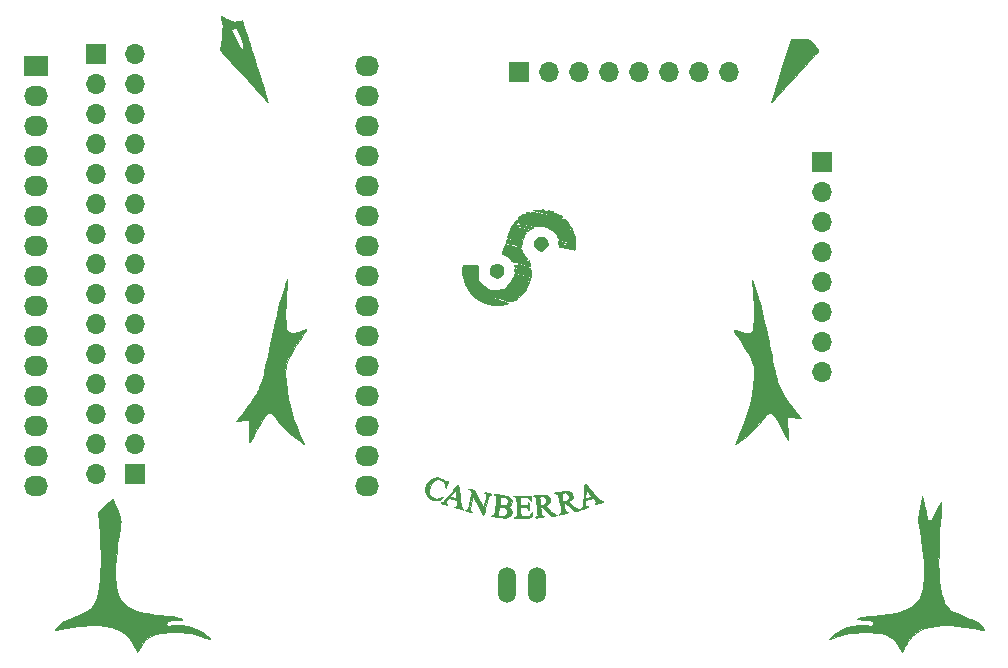
<source format=gbs>
G04 #@! TF.FileFunction,Soldermask,Bot*
%FSLAX46Y46*%
G04 Gerber Fmt 4.6, Leading zero omitted, Abs format (unit mm)*
G04 Created by KiCad (PCBNEW 4.0.4+e1-6308~48~ubuntu16.04.1-stable) date Mon Jan  2 11:44:22 2017*
%MOMM*%
%LPD*%
G01*
G04 APERTURE LIST*
%ADD10C,0.100000*%
%ADD11C,0.010000*%
%ADD12O,2.032000X1.727200*%
%ADD13R,2.032000X1.727200*%
%ADD14O,1.506220X3.014980*%
%ADD15R,1.700000X1.700000*%
%ADD16O,1.700000X1.700000*%
G04 APERTURE END LIST*
D10*
D11*
G36*
X182710710Y-78926168D02*
X182738747Y-79040921D01*
X182779326Y-79215036D01*
X182829744Y-79436824D01*
X182887301Y-79694593D01*
X182924543Y-79863505D01*
X182986827Y-80140660D01*
X183046034Y-80391768D01*
X183099011Y-80604416D01*
X183142606Y-80766191D01*
X183173669Y-80864680D01*
X183184633Y-80887834D01*
X183259497Y-80925913D01*
X183363227Y-80932911D01*
X183409147Y-80924922D01*
X183450757Y-80904184D01*
X183494529Y-80860834D01*
X183546937Y-80785010D01*
X183614453Y-80666847D01*
X183703550Y-80496485D01*
X183820700Y-80264059D01*
X183879442Y-80146331D01*
X184265051Y-79372496D01*
X184292894Y-79644265D01*
X184298225Y-79781577D01*
X184294640Y-79989960D01*
X184282724Y-80256353D01*
X184263057Y-80567693D01*
X184236730Y-80904933D01*
X184159826Y-81920945D01*
X184107320Y-82869600D01*
X184079141Y-83749368D01*
X184075213Y-84558723D01*
X184095464Y-85296135D01*
X184139820Y-85960077D01*
X184208207Y-86549019D01*
X184300551Y-87061435D01*
X184416779Y-87495794D01*
X184556818Y-87850569D01*
X184572975Y-87883291D01*
X184703144Y-88102498D01*
X184864277Y-88297802D01*
X185065572Y-88475526D01*
X185316226Y-88641996D01*
X185625437Y-88803535D01*
X186002403Y-88966470D01*
X186330166Y-89091577D01*
X186728318Y-89243988D01*
X187053060Y-89384562D01*
X187313798Y-89519050D01*
X187519942Y-89653206D01*
X187680900Y-89792781D01*
X187806080Y-89943528D01*
X187859072Y-90026385D01*
X187918869Y-90135512D01*
X187952183Y-90210550D01*
X187954559Y-90230021D01*
X187909776Y-90225907D01*
X187799817Y-90204338D01*
X187641520Y-90168881D01*
X187463211Y-90125955D01*
X186903217Y-90006244D01*
X186291865Y-89909682D01*
X185660299Y-89840398D01*
X185039665Y-89802519D01*
X185017833Y-89801790D01*
X184393107Y-89799512D01*
X183837350Y-89837339D01*
X183343526Y-89918068D01*
X182904603Y-90044496D01*
X182513545Y-90219418D01*
X182163318Y-90445632D01*
X181846887Y-90725934D01*
X181557217Y-91063120D01*
X181440869Y-91223785D01*
X181375090Y-91326109D01*
X181284379Y-91476409D01*
X181184468Y-91648400D01*
X181144867Y-91718422D01*
X180948096Y-92069439D01*
X180818437Y-91807636D01*
X180609249Y-91444354D01*
X180368064Y-91128207D01*
X180105255Y-90870447D01*
X179831193Y-90682327D01*
X179739472Y-90637191D01*
X179495320Y-90555608D01*
X179172309Y-90491071D01*
X178774611Y-90444071D01*
X178306398Y-90415097D01*
X177771845Y-90404638D01*
X177757666Y-90404618D01*
X177389679Y-90407805D01*
X177065702Y-90420227D01*
X176770125Y-90444998D01*
X176487340Y-90485236D01*
X176201740Y-90544056D01*
X175897714Y-90624576D01*
X175559654Y-90729911D01*
X175171952Y-90863177D01*
X174815500Y-90992016D01*
X174804638Y-90980415D01*
X174847747Y-90922968D01*
X174935969Y-90830583D01*
X174984833Y-90783524D01*
X175382039Y-90462818D01*
X175834034Y-90192612D01*
X176321161Y-89983073D01*
X176785463Y-89852192D01*
X176969481Y-89823857D01*
X177198144Y-89803906D01*
X177448570Y-89792692D01*
X177697877Y-89790565D01*
X177923184Y-89797878D01*
X178101609Y-89814983D01*
X178179001Y-89830760D01*
X178332336Y-89843927D01*
X178448248Y-89793555D01*
X178511958Y-89688618D01*
X178519666Y-89623874D01*
X178508689Y-89536901D01*
X178469102Y-89470046D01*
X178390923Y-89419973D01*
X178264170Y-89383348D01*
X178078862Y-89356838D01*
X177825016Y-89337106D01*
X177630666Y-89326900D01*
X177412733Y-89315558D01*
X177269277Y-89304505D01*
X177190136Y-89291946D01*
X177165146Y-89276085D01*
X177184145Y-89255126D01*
X177193286Y-89249614D01*
X177318145Y-89194473D01*
X177494919Y-89144168D01*
X177730736Y-89097413D01*
X178032729Y-89052920D01*
X178408027Y-89009404D01*
X178667833Y-88983561D01*
X179075471Y-88944009D01*
X179411656Y-88908939D01*
X179689365Y-88876546D01*
X179921579Y-88845027D01*
X180121276Y-88812577D01*
X180301435Y-88777391D01*
X180475036Y-88737665D01*
X180524356Y-88725453D01*
X180990041Y-88588705D01*
X181386836Y-88427253D01*
X181728681Y-88233916D01*
X182029521Y-88001511D01*
X182148930Y-87888593D01*
X182330108Y-87690851D01*
X182476538Y-87489261D01*
X182591868Y-87271891D01*
X182679746Y-87026809D01*
X182743821Y-86742083D01*
X182787740Y-86405778D01*
X182815151Y-86005964D01*
X182826727Y-85671553D01*
X182830319Y-85072636D01*
X182810953Y-84465977D01*
X182767381Y-83837761D01*
X182698354Y-83174168D01*
X182602625Y-82461380D01*
X182478943Y-81685581D01*
X182452890Y-81534000D01*
X182324245Y-80793166D01*
X182503814Y-79830553D01*
X182555284Y-79558442D01*
X182602239Y-79317395D01*
X182642352Y-79118777D01*
X182673297Y-78973952D01*
X182692747Y-78894285D01*
X182697913Y-78882468D01*
X182710710Y-78926168D01*
X182710710Y-78926168D01*
G37*
X182710710Y-78926168D02*
X182738747Y-79040921D01*
X182779326Y-79215036D01*
X182829744Y-79436824D01*
X182887301Y-79694593D01*
X182924543Y-79863505D01*
X182986827Y-80140660D01*
X183046034Y-80391768D01*
X183099011Y-80604416D01*
X183142606Y-80766191D01*
X183173669Y-80864680D01*
X183184633Y-80887834D01*
X183259497Y-80925913D01*
X183363227Y-80932911D01*
X183409147Y-80924922D01*
X183450757Y-80904184D01*
X183494529Y-80860834D01*
X183546937Y-80785010D01*
X183614453Y-80666847D01*
X183703550Y-80496485D01*
X183820700Y-80264059D01*
X183879442Y-80146331D01*
X184265051Y-79372496D01*
X184292894Y-79644265D01*
X184298225Y-79781577D01*
X184294640Y-79989960D01*
X184282724Y-80256353D01*
X184263057Y-80567693D01*
X184236730Y-80904933D01*
X184159826Y-81920945D01*
X184107320Y-82869600D01*
X184079141Y-83749368D01*
X184075213Y-84558723D01*
X184095464Y-85296135D01*
X184139820Y-85960077D01*
X184208207Y-86549019D01*
X184300551Y-87061435D01*
X184416779Y-87495794D01*
X184556818Y-87850569D01*
X184572975Y-87883291D01*
X184703144Y-88102498D01*
X184864277Y-88297802D01*
X185065572Y-88475526D01*
X185316226Y-88641996D01*
X185625437Y-88803535D01*
X186002403Y-88966470D01*
X186330166Y-89091577D01*
X186728318Y-89243988D01*
X187053060Y-89384562D01*
X187313798Y-89519050D01*
X187519942Y-89653206D01*
X187680900Y-89792781D01*
X187806080Y-89943528D01*
X187859072Y-90026385D01*
X187918869Y-90135512D01*
X187952183Y-90210550D01*
X187954559Y-90230021D01*
X187909776Y-90225907D01*
X187799817Y-90204338D01*
X187641520Y-90168881D01*
X187463211Y-90125955D01*
X186903217Y-90006244D01*
X186291865Y-89909682D01*
X185660299Y-89840398D01*
X185039665Y-89802519D01*
X185017833Y-89801790D01*
X184393107Y-89799512D01*
X183837350Y-89837339D01*
X183343526Y-89918068D01*
X182904603Y-90044496D01*
X182513545Y-90219418D01*
X182163318Y-90445632D01*
X181846887Y-90725934D01*
X181557217Y-91063120D01*
X181440869Y-91223785D01*
X181375090Y-91326109D01*
X181284379Y-91476409D01*
X181184468Y-91648400D01*
X181144867Y-91718422D01*
X180948096Y-92069439D01*
X180818437Y-91807636D01*
X180609249Y-91444354D01*
X180368064Y-91128207D01*
X180105255Y-90870447D01*
X179831193Y-90682327D01*
X179739472Y-90637191D01*
X179495320Y-90555608D01*
X179172309Y-90491071D01*
X178774611Y-90444071D01*
X178306398Y-90415097D01*
X177771845Y-90404638D01*
X177757666Y-90404618D01*
X177389679Y-90407805D01*
X177065702Y-90420227D01*
X176770125Y-90444998D01*
X176487340Y-90485236D01*
X176201740Y-90544056D01*
X175897714Y-90624576D01*
X175559654Y-90729911D01*
X175171952Y-90863177D01*
X174815500Y-90992016D01*
X174804638Y-90980415D01*
X174847747Y-90922968D01*
X174935969Y-90830583D01*
X174984833Y-90783524D01*
X175382039Y-90462818D01*
X175834034Y-90192612D01*
X176321161Y-89983073D01*
X176785463Y-89852192D01*
X176969481Y-89823857D01*
X177198144Y-89803906D01*
X177448570Y-89792692D01*
X177697877Y-89790565D01*
X177923184Y-89797878D01*
X178101609Y-89814983D01*
X178179001Y-89830760D01*
X178332336Y-89843927D01*
X178448248Y-89793555D01*
X178511958Y-89688618D01*
X178519666Y-89623874D01*
X178508689Y-89536901D01*
X178469102Y-89470046D01*
X178390923Y-89419973D01*
X178264170Y-89383348D01*
X178078862Y-89356838D01*
X177825016Y-89337106D01*
X177630666Y-89326900D01*
X177412733Y-89315558D01*
X177269277Y-89304505D01*
X177190136Y-89291946D01*
X177165146Y-89276085D01*
X177184145Y-89255126D01*
X177193286Y-89249614D01*
X177318145Y-89194473D01*
X177494919Y-89144168D01*
X177730736Y-89097413D01*
X178032729Y-89052920D01*
X178408027Y-89009404D01*
X178667833Y-88983561D01*
X179075471Y-88944009D01*
X179411656Y-88908939D01*
X179689365Y-88876546D01*
X179921579Y-88845027D01*
X180121276Y-88812577D01*
X180301435Y-88777391D01*
X180475036Y-88737665D01*
X180524356Y-88725453D01*
X180990041Y-88588705D01*
X181386836Y-88427253D01*
X181728681Y-88233916D01*
X182029521Y-88001511D01*
X182148930Y-87888593D01*
X182330108Y-87690851D01*
X182476538Y-87489261D01*
X182591868Y-87271891D01*
X182679746Y-87026809D01*
X182743821Y-86742083D01*
X182787740Y-86405778D01*
X182815151Y-86005964D01*
X182826727Y-85671553D01*
X182830319Y-85072636D01*
X182810953Y-84465977D01*
X182767381Y-83837761D01*
X182698354Y-83174168D01*
X182602625Y-82461380D01*
X182478943Y-81685581D01*
X182452890Y-81534000D01*
X182324245Y-80793166D01*
X182503814Y-79830553D01*
X182555284Y-79558442D01*
X182602239Y-79317395D01*
X182642352Y-79118777D01*
X182673297Y-78973952D01*
X182692747Y-78894285D01*
X182697913Y-78882468D01*
X182710710Y-78926168D01*
G36*
X114303999Y-79426834D02*
X114499607Y-79874302D01*
X114676187Y-80395719D01*
X114762207Y-80703811D01*
X114799837Y-80852357D01*
X114821711Y-80965155D01*
X114827984Y-81067395D01*
X114818812Y-81184267D01*
X114794347Y-81340961D01*
X114767058Y-81494212D01*
X114654192Y-82171832D01*
X114559740Y-82844574D01*
X114484164Y-83503475D01*
X114427930Y-84139570D01*
X114391501Y-84743895D01*
X114375342Y-85307486D01*
X114379918Y-85821379D01*
X114405692Y-86276611D01*
X114453128Y-86664216D01*
X114489667Y-86849857D01*
X114625871Y-87257061D01*
X114835265Y-87622669D01*
X115116439Y-87945130D01*
X115467985Y-88222894D01*
X115888494Y-88454410D01*
X115986292Y-88497371D01*
X116180756Y-88574862D01*
X116377148Y-88642520D01*
X116585489Y-88702178D01*
X116815800Y-88755665D01*
X117078102Y-88804813D01*
X117382419Y-88851453D01*
X117738770Y-88897417D01*
X118157178Y-88944535D01*
X118647665Y-88994638D01*
X118777136Y-89007303D01*
X119176266Y-89051180D01*
X119496329Y-89097973D01*
X119742905Y-89148813D01*
X119921576Y-89204826D01*
X120028652Y-89260397D01*
X120061042Y-89287881D01*
X120057193Y-89306233D01*
X120005745Y-89317486D01*
X119895338Y-89323670D01*
X119714612Y-89326819D01*
X119654002Y-89327397D01*
X119321652Y-89338264D01*
X119066766Y-89365201D01*
X118883441Y-89409497D01*
X118765775Y-89472446D01*
X118717221Y-89532356D01*
X118690616Y-89658198D01*
X118733257Y-89761192D01*
X118830241Y-89827862D01*
X118966666Y-89844730D01*
X119046230Y-89829928D01*
X119187123Y-89806040D01*
X119389061Y-89793029D01*
X119629178Y-89790473D01*
X119884611Y-89797947D01*
X120132495Y-89815029D01*
X120349964Y-89841296D01*
X120429534Y-89855534D01*
X120819967Y-89961034D01*
X121218079Y-90114710D01*
X121586697Y-90301231D01*
X121738291Y-90395284D01*
X121873286Y-90490856D01*
X122014953Y-90600171D01*
X122151894Y-90713045D01*
X122272714Y-90819289D01*
X122366017Y-90908717D01*
X122420406Y-90971143D01*
X122424486Y-90996380D01*
X122406833Y-90992876D01*
X121980437Y-90842814D01*
X121619218Y-90720401D01*
X121309340Y-90622870D01*
X121036966Y-90547451D01*
X120788260Y-90491376D01*
X120549385Y-90451876D01*
X120306505Y-90426183D01*
X120045783Y-90411528D01*
X119753383Y-90405142D01*
X119464666Y-90404155D01*
X118947559Y-90412546D01*
X118506089Y-90436709D01*
X118132520Y-90477679D01*
X117819116Y-90536492D01*
X117558140Y-90614182D01*
X117403320Y-90679955D01*
X117148595Y-90842957D01*
X116896265Y-91077570D01*
X116658077Y-91371256D01*
X116458306Y-91688649D01*
X116373400Y-91838131D01*
X116303190Y-91954692D01*
X116257801Y-92021862D01*
X116247333Y-92031805D01*
X116219863Y-91997038D01*
X116164584Y-91903747D01*
X116091480Y-91769174D01*
X116058542Y-91705813D01*
X115801483Y-91261323D01*
X115517061Y-90881417D01*
X115199642Y-90563342D01*
X114843592Y-90304347D01*
X114443275Y-90101680D01*
X113993056Y-89952591D01*
X113487301Y-89854326D01*
X112920376Y-89804135D01*
X112286644Y-89799266D01*
X112162166Y-89803094D01*
X111689276Y-89830835D01*
X111191541Y-89879159D01*
X110689855Y-89944895D01*
X110205109Y-90024872D01*
X109758196Y-90115920D01*
X109370009Y-90214868D01*
X109288835Y-90239150D01*
X109245341Y-90246969D01*
X109240169Y-90221596D01*
X109275422Y-90147311D01*
X109309305Y-90086129D01*
X109425087Y-89913437D01*
X109573377Y-89756584D01*
X109763371Y-89609787D01*
X110004266Y-89467262D01*
X110305258Y-89323228D01*
X110675542Y-89171901D01*
X110892166Y-89090735D01*
X111323718Y-88923012D01*
X111680918Y-88760689D01*
X111973208Y-88597020D01*
X112210027Y-88425259D01*
X112400816Y-88238660D01*
X112555014Y-88030475D01*
X112669634Y-87820500D01*
X112807939Y-87468934D01*
X112922357Y-87045440D01*
X113012944Y-86548944D01*
X113079752Y-85978374D01*
X113122835Y-85332657D01*
X113142246Y-84610720D01*
X113138038Y-83811491D01*
X113110266Y-82933896D01*
X113058982Y-81976864D01*
X113001404Y-81157757D01*
X112928484Y-80210015D01*
X113243825Y-79907851D01*
X113420530Y-79742916D01*
X113617310Y-79566047D01*
X113800069Y-79407707D01*
X113854465Y-79362260D01*
X114149764Y-79118835D01*
X114303999Y-79426834D01*
X114303999Y-79426834D01*
G37*
X114303999Y-79426834D02*
X114499607Y-79874302D01*
X114676187Y-80395719D01*
X114762207Y-80703811D01*
X114799837Y-80852357D01*
X114821711Y-80965155D01*
X114827984Y-81067395D01*
X114818812Y-81184267D01*
X114794347Y-81340961D01*
X114767058Y-81494212D01*
X114654192Y-82171832D01*
X114559740Y-82844574D01*
X114484164Y-83503475D01*
X114427930Y-84139570D01*
X114391501Y-84743895D01*
X114375342Y-85307486D01*
X114379918Y-85821379D01*
X114405692Y-86276611D01*
X114453128Y-86664216D01*
X114489667Y-86849857D01*
X114625871Y-87257061D01*
X114835265Y-87622669D01*
X115116439Y-87945130D01*
X115467985Y-88222894D01*
X115888494Y-88454410D01*
X115986292Y-88497371D01*
X116180756Y-88574862D01*
X116377148Y-88642520D01*
X116585489Y-88702178D01*
X116815800Y-88755665D01*
X117078102Y-88804813D01*
X117382419Y-88851453D01*
X117738770Y-88897417D01*
X118157178Y-88944535D01*
X118647665Y-88994638D01*
X118777136Y-89007303D01*
X119176266Y-89051180D01*
X119496329Y-89097973D01*
X119742905Y-89148813D01*
X119921576Y-89204826D01*
X120028652Y-89260397D01*
X120061042Y-89287881D01*
X120057193Y-89306233D01*
X120005745Y-89317486D01*
X119895338Y-89323670D01*
X119714612Y-89326819D01*
X119654002Y-89327397D01*
X119321652Y-89338264D01*
X119066766Y-89365201D01*
X118883441Y-89409497D01*
X118765775Y-89472446D01*
X118717221Y-89532356D01*
X118690616Y-89658198D01*
X118733257Y-89761192D01*
X118830241Y-89827862D01*
X118966666Y-89844730D01*
X119046230Y-89829928D01*
X119187123Y-89806040D01*
X119389061Y-89793029D01*
X119629178Y-89790473D01*
X119884611Y-89797947D01*
X120132495Y-89815029D01*
X120349964Y-89841296D01*
X120429534Y-89855534D01*
X120819967Y-89961034D01*
X121218079Y-90114710D01*
X121586697Y-90301231D01*
X121738291Y-90395284D01*
X121873286Y-90490856D01*
X122014953Y-90600171D01*
X122151894Y-90713045D01*
X122272714Y-90819289D01*
X122366017Y-90908717D01*
X122420406Y-90971143D01*
X122424486Y-90996380D01*
X122406833Y-90992876D01*
X121980437Y-90842814D01*
X121619218Y-90720401D01*
X121309340Y-90622870D01*
X121036966Y-90547451D01*
X120788260Y-90491376D01*
X120549385Y-90451876D01*
X120306505Y-90426183D01*
X120045783Y-90411528D01*
X119753383Y-90405142D01*
X119464666Y-90404155D01*
X118947559Y-90412546D01*
X118506089Y-90436709D01*
X118132520Y-90477679D01*
X117819116Y-90536492D01*
X117558140Y-90614182D01*
X117403320Y-90679955D01*
X117148595Y-90842957D01*
X116896265Y-91077570D01*
X116658077Y-91371256D01*
X116458306Y-91688649D01*
X116373400Y-91838131D01*
X116303190Y-91954692D01*
X116257801Y-92021862D01*
X116247333Y-92031805D01*
X116219863Y-91997038D01*
X116164584Y-91903747D01*
X116091480Y-91769174D01*
X116058542Y-91705813D01*
X115801483Y-91261323D01*
X115517061Y-90881417D01*
X115199642Y-90563342D01*
X114843592Y-90304347D01*
X114443275Y-90101680D01*
X113993056Y-89952591D01*
X113487301Y-89854326D01*
X112920376Y-89804135D01*
X112286644Y-89799266D01*
X112162166Y-89803094D01*
X111689276Y-89830835D01*
X111191541Y-89879159D01*
X110689855Y-89944895D01*
X110205109Y-90024872D01*
X109758196Y-90115920D01*
X109370009Y-90214868D01*
X109288835Y-90239150D01*
X109245341Y-90246969D01*
X109240169Y-90221596D01*
X109275422Y-90147311D01*
X109309305Y-90086129D01*
X109425087Y-89913437D01*
X109573377Y-89756584D01*
X109763371Y-89609787D01*
X110004266Y-89467262D01*
X110305258Y-89323228D01*
X110675542Y-89171901D01*
X110892166Y-89090735D01*
X111323718Y-88923012D01*
X111680918Y-88760689D01*
X111973208Y-88597020D01*
X112210027Y-88425259D01*
X112400816Y-88238660D01*
X112555014Y-88030475D01*
X112669634Y-87820500D01*
X112807939Y-87468934D01*
X112922357Y-87045440D01*
X113012944Y-86548944D01*
X113079752Y-85978374D01*
X113122835Y-85332657D01*
X113142246Y-84610720D01*
X113138038Y-83811491D01*
X113110266Y-82933896D01*
X113058982Y-81976864D01*
X113001404Y-81157757D01*
X112928484Y-80210015D01*
X113243825Y-79907851D01*
X113420530Y-79742916D01*
X113617310Y-79566047D01*
X113800069Y-79407707D01*
X113854465Y-79362260D01*
X114149764Y-79118835D01*
X114303999Y-79426834D01*
G36*
X149563666Y-79036333D02*
X149560609Y-79157119D01*
X149552791Y-79233753D01*
X149546681Y-79248000D01*
X149516729Y-79215238D01*
X149462502Y-79133366D01*
X149442275Y-79099833D01*
X149354855Y-78951666D01*
X148632333Y-78951666D01*
X148632333Y-79179208D01*
X148637048Y-79335792D01*
X148649036Y-79477679D01*
X148657162Y-79530894D01*
X148674174Y-79598634D01*
X148704931Y-79634139D01*
X148770927Y-79645389D01*
X148893654Y-79640366D01*
X148942912Y-79637007D01*
X149127853Y-79615936D01*
X149241742Y-79579439D01*
X149297730Y-79520974D01*
X149309666Y-79454483D01*
X149326024Y-79388522D01*
X149346530Y-79375000D01*
X149371947Y-79413176D01*
X149393959Y-79511102D01*
X149410587Y-79643873D01*
X149419856Y-79786583D01*
X149419790Y-79914327D01*
X149408410Y-80002201D01*
X149397981Y-80023284D01*
X149356766Y-80029422D01*
X149315210Y-79958076D01*
X149306081Y-79933244D01*
X149278107Y-79862542D01*
X149241684Y-79822218D01*
X149175261Y-79803741D01*
X149057288Y-79798583D01*
X148965210Y-79798333D01*
X148671370Y-79798333D01*
X148683601Y-80168750D01*
X148695833Y-80539166D01*
X149007212Y-80551694D01*
X149224047Y-80549313D01*
X149378215Y-80516295D01*
X149488662Y-80444549D01*
X149574332Y-80325981D01*
X149585755Y-80304550D01*
X149644218Y-80214399D01*
X149682119Y-80198384D01*
X149695214Y-80247564D01*
X149679259Y-80352995D01*
X149652249Y-80444664D01*
X149577164Y-80666166D01*
X149263498Y-80692383D01*
X149036272Y-80708026D01*
X148805052Y-80718171D01*
X148585203Y-80722828D01*
X148392090Y-80722011D01*
X148241079Y-80715732D01*
X148147536Y-80704003D01*
X148124333Y-80691474D01*
X148159930Y-80652616D01*
X148246120Y-80610859D01*
X148251333Y-80609010D01*
X148378333Y-80564737D01*
X148373075Y-80043952D01*
X148368641Y-79806719D01*
X148360702Y-79566929D01*
X148350463Y-79355632D01*
X148341325Y-79226833D01*
X148325535Y-79071735D01*
X148306957Y-78981846D01*
X148276713Y-78937928D01*
X148225926Y-78920741D01*
X148198416Y-78917104D01*
X148113851Y-78894945D01*
X148082000Y-78864188D01*
X148122481Y-78850469D01*
X148236555Y-78839090D01*
X148413164Y-78830640D01*
X148641253Y-78825708D01*
X148822833Y-78824666D01*
X149563666Y-78824666D01*
X149563666Y-79036333D01*
X149563666Y-79036333D01*
G37*
X149563666Y-79036333D02*
X149560609Y-79157119D01*
X149552791Y-79233753D01*
X149546681Y-79248000D01*
X149516729Y-79215238D01*
X149462502Y-79133366D01*
X149442275Y-79099833D01*
X149354855Y-78951666D01*
X148632333Y-78951666D01*
X148632333Y-79179208D01*
X148637048Y-79335792D01*
X148649036Y-79477679D01*
X148657162Y-79530894D01*
X148674174Y-79598634D01*
X148704931Y-79634139D01*
X148770927Y-79645389D01*
X148893654Y-79640366D01*
X148942912Y-79637007D01*
X149127853Y-79615936D01*
X149241742Y-79579439D01*
X149297730Y-79520974D01*
X149309666Y-79454483D01*
X149326024Y-79388522D01*
X149346530Y-79375000D01*
X149371947Y-79413176D01*
X149393959Y-79511102D01*
X149410587Y-79643873D01*
X149419856Y-79786583D01*
X149419790Y-79914327D01*
X149408410Y-80002201D01*
X149397981Y-80023284D01*
X149356766Y-80029422D01*
X149315210Y-79958076D01*
X149306081Y-79933244D01*
X149278107Y-79862542D01*
X149241684Y-79822218D01*
X149175261Y-79803741D01*
X149057288Y-79798583D01*
X148965210Y-79798333D01*
X148671370Y-79798333D01*
X148683601Y-80168750D01*
X148695833Y-80539166D01*
X149007212Y-80551694D01*
X149224047Y-80549313D01*
X149378215Y-80516295D01*
X149488662Y-80444549D01*
X149574332Y-80325981D01*
X149585755Y-80304550D01*
X149644218Y-80214399D01*
X149682119Y-80198384D01*
X149695214Y-80247564D01*
X149679259Y-80352995D01*
X149652249Y-80444664D01*
X149577164Y-80666166D01*
X149263498Y-80692383D01*
X149036272Y-80708026D01*
X148805052Y-80718171D01*
X148585203Y-80722828D01*
X148392090Y-80722011D01*
X148241079Y-80715732D01*
X148147536Y-80704003D01*
X148124333Y-80691474D01*
X148159930Y-80652616D01*
X148246120Y-80610859D01*
X148251333Y-80609010D01*
X148378333Y-80564737D01*
X148373075Y-80043952D01*
X148368641Y-79806719D01*
X148360702Y-79566929D01*
X148350463Y-79355632D01*
X148341325Y-79226833D01*
X148325535Y-79071735D01*
X148306957Y-78981846D01*
X148276713Y-78937928D01*
X148225926Y-78920741D01*
X148198416Y-78917104D01*
X148113851Y-78894945D01*
X148082000Y-78864188D01*
X148122481Y-78850469D01*
X148236555Y-78839090D01*
X148413164Y-78830640D01*
X148641253Y-78825708D01*
X148822833Y-78824666D01*
X149563666Y-78824666D01*
X149563666Y-79036333D01*
G36*
X146638467Y-78706645D02*
X146817051Y-78730468D01*
X147025725Y-78764465D01*
X147238341Y-78803967D01*
X147428750Y-78844303D01*
X147570804Y-78880803D01*
X147605294Y-78892187D01*
X147790854Y-78994184D01*
X147909967Y-79134554D01*
X147954838Y-79303868D01*
X147955000Y-79315217D01*
X147921925Y-79518328D01*
X147823724Y-79669318D01*
X147754627Y-79721929D01*
X147645356Y-79788231D01*
X147740262Y-79839022D01*
X147820042Y-79911670D01*
X147890223Y-80022531D01*
X147897168Y-80038204D01*
X147931423Y-80221115D01*
X147884636Y-80398860D01*
X147760195Y-80559954D01*
X147737259Y-80580114D01*
X147661883Y-80635619D01*
X147583340Y-80667313D01*
X147475707Y-80681053D01*
X147313062Y-80682697D01*
X147285001Y-80682304D01*
X147086081Y-80674302D01*
X146882922Y-80658288D01*
X146727333Y-80638858D01*
X146567116Y-80612558D01*
X146417980Y-80588296D01*
X146356916Y-80578469D01*
X146257229Y-80548948D01*
X146221817Y-80512098D01*
X146255628Y-80483123D01*
X146323467Y-80475666D01*
X146375580Y-80466727D01*
X146417915Y-80432881D01*
X146438401Y-80393273D01*
X146787493Y-80393273D01*
X146793726Y-80468767D01*
X146798315Y-80477447D01*
X146894346Y-80524200D01*
X147039592Y-80547623D01*
X147201569Y-80546590D01*
X147347786Y-80519972D01*
X147401638Y-80498399D01*
X147505949Y-80424363D01*
X147558817Y-80323604D01*
X147573983Y-80169312D01*
X147574000Y-80162083D01*
X147534625Y-80016893D01*
X147426254Y-79894875D01*
X147263513Y-79805961D01*
X147061032Y-79760083D01*
X146975899Y-79756000D01*
X146920262Y-79760538D01*
X146883445Y-79785408D01*
X146857494Y-79847491D01*
X146834451Y-79963669D01*
X146813769Y-80100032D01*
X146794475Y-80263013D01*
X146787493Y-80393273D01*
X146438401Y-80393273D01*
X146453756Y-80363588D01*
X146486385Y-80248305D01*
X146519086Y-80076491D01*
X146555142Y-79837603D01*
X146580904Y-79649069D01*
X146585904Y-79607833D01*
X146917833Y-79607833D01*
X147108333Y-79629219D01*
X147300008Y-79640623D01*
X147433238Y-79619935D01*
X147529957Y-79561660D01*
X147574952Y-79512340D01*
X147646431Y-79364848D01*
X147637982Y-79217024D01*
X147553428Y-79080951D01*
X147404199Y-78972591D01*
X147284170Y-78930224D01*
X147152413Y-78911874D01*
X147037239Y-78918201D01*
X146966959Y-78949863D01*
X146959561Y-78962250D01*
X146948432Y-79029080D01*
X146937540Y-79153735D01*
X146929220Y-79309400D01*
X146929139Y-79311500D01*
X146917833Y-79607833D01*
X146585904Y-79607833D01*
X146617037Y-79351090D01*
X146634791Y-79126908D01*
X146633595Y-78967543D01*
X146612877Y-78864020D01*
X146572068Y-78807361D01*
X146526250Y-78789972D01*
X146448291Y-78761285D01*
X146436847Y-78722745D01*
X146494579Y-78698627D01*
X146516122Y-78697666D01*
X146638467Y-78706645D01*
X146638467Y-78706645D01*
G37*
X146638467Y-78706645D02*
X146817051Y-78730468D01*
X147025725Y-78764465D01*
X147238341Y-78803967D01*
X147428750Y-78844303D01*
X147570804Y-78880803D01*
X147605294Y-78892187D01*
X147790854Y-78994184D01*
X147909967Y-79134554D01*
X147954838Y-79303868D01*
X147955000Y-79315217D01*
X147921925Y-79518328D01*
X147823724Y-79669318D01*
X147754627Y-79721929D01*
X147645356Y-79788231D01*
X147740262Y-79839022D01*
X147820042Y-79911670D01*
X147890223Y-80022531D01*
X147897168Y-80038204D01*
X147931423Y-80221115D01*
X147884636Y-80398860D01*
X147760195Y-80559954D01*
X147737259Y-80580114D01*
X147661883Y-80635619D01*
X147583340Y-80667313D01*
X147475707Y-80681053D01*
X147313062Y-80682697D01*
X147285001Y-80682304D01*
X147086081Y-80674302D01*
X146882922Y-80658288D01*
X146727333Y-80638858D01*
X146567116Y-80612558D01*
X146417980Y-80588296D01*
X146356916Y-80578469D01*
X146257229Y-80548948D01*
X146221817Y-80512098D01*
X146255628Y-80483123D01*
X146323467Y-80475666D01*
X146375580Y-80466727D01*
X146417915Y-80432881D01*
X146438401Y-80393273D01*
X146787493Y-80393273D01*
X146793726Y-80468767D01*
X146798315Y-80477447D01*
X146894346Y-80524200D01*
X147039592Y-80547623D01*
X147201569Y-80546590D01*
X147347786Y-80519972D01*
X147401638Y-80498399D01*
X147505949Y-80424363D01*
X147558817Y-80323604D01*
X147573983Y-80169312D01*
X147574000Y-80162083D01*
X147534625Y-80016893D01*
X147426254Y-79894875D01*
X147263513Y-79805961D01*
X147061032Y-79760083D01*
X146975899Y-79756000D01*
X146920262Y-79760538D01*
X146883445Y-79785408D01*
X146857494Y-79847491D01*
X146834451Y-79963669D01*
X146813769Y-80100032D01*
X146794475Y-80263013D01*
X146787493Y-80393273D01*
X146438401Y-80393273D01*
X146453756Y-80363588D01*
X146486385Y-80248305D01*
X146519086Y-80076491D01*
X146555142Y-79837603D01*
X146580904Y-79649069D01*
X146585904Y-79607833D01*
X146917833Y-79607833D01*
X147108333Y-79629219D01*
X147300008Y-79640623D01*
X147433238Y-79619935D01*
X147529957Y-79561660D01*
X147574952Y-79512340D01*
X147646431Y-79364848D01*
X147637982Y-79217024D01*
X147553428Y-79080951D01*
X147404199Y-78972591D01*
X147284170Y-78930224D01*
X147152413Y-78911874D01*
X147037239Y-78918201D01*
X146966959Y-78949863D01*
X146959561Y-78962250D01*
X146948432Y-79029080D01*
X146937540Y-79153735D01*
X146929220Y-79309400D01*
X146929139Y-79311500D01*
X146917833Y-79607833D01*
X146585904Y-79607833D01*
X146617037Y-79351090D01*
X146634791Y-79126908D01*
X146633595Y-78967543D01*
X146612877Y-78864020D01*
X146572068Y-78807361D01*
X146526250Y-78789972D01*
X146448291Y-78761285D01*
X146436847Y-78722745D01*
X146494579Y-78698627D01*
X146516122Y-78697666D01*
X146638467Y-78706645D01*
G36*
X150839060Y-78757937D02*
X150920276Y-78783729D01*
X150949248Y-78797595D01*
X151108386Y-78919269D01*
X151197780Y-79072754D01*
X151217284Y-79241645D01*
X151166752Y-79409539D01*
X151046038Y-79560030D01*
X150956630Y-79625265D01*
X150835475Y-79698944D01*
X151086344Y-79994773D01*
X151260569Y-80184417D01*
X151419536Y-80317552D01*
X151587574Y-80412512D01*
X151701500Y-80458298D01*
X151740499Y-80480176D01*
X151711922Y-80499916D01*
X151616833Y-80522057D01*
X151470431Y-80548627D01*
X151359733Y-80555698D01*
X151267668Y-80534862D01*
X151177170Y-80477709D01*
X151071170Y-80375832D01*
X150932599Y-80220821D01*
X150878195Y-80158166D01*
X150699299Y-79960466D01*
X150562271Y-79828006D01*
X150469326Y-79762832D01*
X150442865Y-79756000D01*
X150393363Y-79763440D01*
X150371855Y-79799547D01*
X150372760Y-79884994D01*
X150382902Y-79978250D01*
X150398616Y-80130148D01*
X150408401Y-80265156D01*
X150409965Y-80313892D01*
X150435124Y-80426321D01*
X150496393Y-80509458D01*
X150573616Y-80539633D01*
X150597776Y-80534481D01*
X150664154Y-80537445D01*
X150680925Y-80552931D01*
X150678750Y-80584153D01*
X150623600Y-80610563D01*
X150506281Y-80634423D01*
X150317599Y-80657991D01*
X150209250Y-80668886D01*
X150030706Y-80680251D01*
X149927677Y-80673306D01*
X149902333Y-80655059D01*
X149938406Y-80614295D01*
X150014232Y-80583760D01*
X150126132Y-80555675D01*
X150098710Y-80187587D01*
X150081036Y-79973413D01*
X150057483Y-79718835D01*
X150032162Y-79467528D01*
X150022810Y-79380876D01*
X150000112Y-79184346D01*
X149980137Y-79055089D01*
X149969693Y-79019646D01*
X150293340Y-79019646D01*
X150299431Y-79149558D01*
X150306434Y-79240734D01*
X150320777Y-79402672D01*
X150334883Y-79533703D01*
X150346043Y-79609129D01*
X150347435Y-79614589D01*
X150394475Y-79642789D01*
X150488987Y-79635377D01*
X150605286Y-79599362D01*
X150717685Y-79541750D01*
X150774258Y-79498156D01*
X150853418Y-79371097D01*
X150876360Y-79212505D01*
X150840535Y-79056331D01*
X150811283Y-79005109D01*
X150713853Y-78927770D01*
X150571945Y-78881382D01*
X150423117Y-78875963D01*
X150370215Y-78887463D01*
X150325284Y-78907698D01*
X150300808Y-78945393D01*
X150293340Y-79019646D01*
X149969693Y-79019646D01*
X149956878Y-78976161D01*
X149924325Y-78930620D01*
X149876472Y-78901522D01*
X149848501Y-78889345D01*
X149765815Y-78852125D01*
X149756330Y-78831923D01*
X149815031Y-78813341D01*
X149823085Y-78811322D01*
X149906543Y-78798127D01*
X150051498Y-78782579D01*
X150234906Y-78766950D01*
X150369734Y-78757441D01*
X150583721Y-78746174D01*
X150733519Y-78745879D01*
X150839060Y-78757937D01*
X150839060Y-78757937D01*
G37*
X150839060Y-78757937D02*
X150920276Y-78783729D01*
X150949248Y-78797595D01*
X151108386Y-78919269D01*
X151197780Y-79072754D01*
X151217284Y-79241645D01*
X151166752Y-79409539D01*
X151046038Y-79560030D01*
X150956630Y-79625265D01*
X150835475Y-79698944D01*
X151086344Y-79994773D01*
X151260569Y-80184417D01*
X151419536Y-80317552D01*
X151587574Y-80412512D01*
X151701500Y-80458298D01*
X151740499Y-80480176D01*
X151711922Y-80499916D01*
X151616833Y-80522057D01*
X151470431Y-80548627D01*
X151359733Y-80555698D01*
X151267668Y-80534862D01*
X151177170Y-80477709D01*
X151071170Y-80375832D01*
X150932599Y-80220821D01*
X150878195Y-80158166D01*
X150699299Y-79960466D01*
X150562271Y-79828006D01*
X150469326Y-79762832D01*
X150442865Y-79756000D01*
X150393363Y-79763440D01*
X150371855Y-79799547D01*
X150372760Y-79884994D01*
X150382902Y-79978250D01*
X150398616Y-80130148D01*
X150408401Y-80265156D01*
X150409965Y-80313892D01*
X150435124Y-80426321D01*
X150496393Y-80509458D01*
X150573616Y-80539633D01*
X150597776Y-80534481D01*
X150664154Y-80537445D01*
X150680925Y-80552931D01*
X150678750Y-80584153D01*
X150623600Y-80610563D01*
X150506281Y-80634423D01*
X150317599Y-80657991D01*
X150209250Y-80668886D01*
X150030706Y-80680251D01*
X149927677Y-80673306D01*
X149902333Y-80655059D01*
X149938406Y-80614295D01*
X150014232Y-80583760D01*
X150126132Y-80555675D01*
X150098710Y-80187587D01*
X150081036Y-79973413D01*
X150057483Y-79718835D01*
X150032162Y-79467528D01*
X150022810Y-79380876D01*
X150000112Y-79184346D01*
X149980137Y-79055089D01*
X149969693Y-79019646D01*
X150293340Y-79019646D01*
X150299431Y-79149558D01*
X150306434Y-79240734D01*
X150320777Y-79402672D01*
X150334883Y-79533703D01*
X150346043Y-79609129D01*
X150347435Y-79614589D01*
X150394475Y-79642789D01*
X150488987Y-79635377D01*
X150605286Y-79599362D01*
X150717685Y-79541750D01*
X150774258Y-79498156D01*
X150853418Y-79371097D01*
X150876360Y-79212505D01*
X150840535Y-79056331D01*
X150811283Y-79005109D01*
X150713853Y-78927770D01*
X150571945Y-78881382D01*
X150423117Y-78875963D01*
X150370215Y-78887463D01*
X150325284Y-78907698D01*
X150300808Y-78945393D01*
X150293340Y-79019646D01*
X149969693Y-79019646D01*
X149956878Y-78976161D01*
X149924325Y-78930620D01*
X149876472Y-78901522D01*
X149848501Y-78889345D01*
X149765815Y-78852125D01*
X149756330Y-78831923D01*
X149815031Y-78813341D01*
X149823085Y-78811322D01*
X149906543Y-78798127D01*
X150051498Y-78782579D01*
X150234906Y-78766950D01*
X150369734Y-78757441D01*
X150583721Y-78746174D01*
X150733519Y-78745879D01*
X150839060Y-78757937D01*
G36*
X144437335Y-78263547D02*
X144531551Y-78283535D01*
X144758833Y-78339116D01*
X145103862Y-79015808D01*
X145218971Y-79241705D01*
X145323922Y-79447928D01*
X145411331Y-79619945D01*
X145473813Y-79743224D01*
X145501556Y-79798333D01*
X145524473Y-79835519D01*
X145545234Y-79838241D01*
X145567992Y-79796239D01*
X145596896Y-79699251D01*
X145636098Y-79537019D01*
X145672817Y-79375000D01*
X145727722Y-79127727D01*
X145764212Y-78949829D01*
X145782490Y-78828088D01*
X145782761Y-78749285D01*
X145765229Y-78700202D01*
X145730096Y-78667619D01*
X145684122Y-78641752D01*
X145609830Y-78592785D01*
X145612684Y-78566263D01*
X145688002Y-78562887D01*
X145831102Y-78583361D01*
X145933583Y-78604288D01*
X146089250Y-78645071D01*
X146187115Y-78683900D01*
X146220517Y-78715793D01*
X146182796Y-78735766D01*
X146114989Y-78740000D01*
X146038298Y-78754535D01*
X145981401Y-78807793D01*
X145935568Y-78914253D01*
X145892067Y-79088394D01*
X145885255Y-79121000D01*
X145830488Y-79377316D01*
X145771844Y-79634543D01*
X145712747Y-79879452D01*
X145656615Y-80098814D01*
X145606870Y-80279401D01*
X145566934Y-80407983D01*
X145540226Y-80471331D01*
X145534945Y-80475666D01*
X145506352Y-80439413D01*
X145446662Y-80337945D01*
X145361777Y-80182203D01*
X145257600Y-79983127D01*
X145140034Y-79751656D01*
X145088800Y-79648853D01*
X144956595Y-79387016D01*
X144842765Y-79171347D01*
X144751440Y-79009119D01*
X144686751Y-78907604D01*
X144652825Y-78874072D01*
X144650037Y-78876270D01*
X144630568Y-78936252D01*
X144597929Y-79061716D01*
X144556396Y-79235298D01*
X144510249Y-79439631D01*
X144502193Y-79476448D01*
X144383314Y-80022396D01*
X144507574Y-80121821D01*
X144575766Y-80186384D01*
X144573507Y-80216899D01*
X144497912Y-80214539D01*
X144356666Y-80183205D01*
X144218413Y-80148856D01*
X144092870Y-80119311D01*
X144092083Y-80119135D01*
X144000569Y-80082634D01*
X143980657Y-80041633D01*
X144033900Y-80013664D01*
X144082407Y-80010000D01*
X144135446Y-80004780D01*
X144178546Y-79981755D01*
X144216252Y-79929872D01*
X144253112Y-79838081D01*
X144293669Y-79695329D01*
X144342469Y-79490565D01*
X144396952Y-79245225D01*
X144444542Y-79031144D01*
X144487568Y-78843689D01*
X144521995Y-78700009D01*
X144543787Y-78617253D01*
X144547024Y-78607470D01*
X144535547Y-78537384D01*
X144477442Y-78445309D01*
X144394549Y-78359059D01*
X144311405Y-78307375D01*
X144272268Y-78273841D01*
X144277551Y-78256939D01*
X144330117Y-78250227D01*
X144437335Y-78263547D01*
X144437335Y-78263547D01*
G37*
X144437335Y-78263547D02*
X144531551Y-78283535D01*
X144758833Y-78339116D01*
X145103862Y-79015808D01*
X145218971Y-79241705D01*
X145323922Y-79447928D01*
X145411331Y-79619945D01*
X145473813Y-79743224D01*
X145501556Y-79798333D01*
X145524473Y-79835519D01*
X145545234Y-79838241D01*
X145567992Y-79796239D01*
X145596896Y-79699251D01*
X145636098Y-79537019D01*
X145672817Y-79375000D01*
X145727722Y-79127727D01*
X145764212Y-78949829D01*
X145782490Y-78828088D01*
X145782761Y-78749285D01*
X145765229Y-78700202D01*
X145730096Y-78667619D01*
X145684122Y-78641752D01*
X145609830Y-78592785D01*
X145612684Y-78566263D01*
X145688002Y-78562887D01*
X145831102Y-78583361D01*
X145933583Y-78604288D01*
X146089250Y-78645071D01*
X146187115Y-78683900D01*
X146220517Y-78715793D01*
X146182796Y-78735766D01*
X146114989Y-78740000D01*
X146038298Y-78754535D01*
X145981401Y-78807793D01*
X145935568Y-78914253D01*
X145892067Y-79088394D01*
X145885255Y-79121000D01*
X145830488Y-79377316D01*
X145771844Y-79634543D01*
X145712747Y-79879452D01*
X145656615Y-80098814D01*
X145606870Y-80279401D01*
X145566934Y-80407983D01*
X145540226Y-80471331D01*
X145534945Y-80475666D01*
X145506352Y-80439413D01*
X145446662Y-80337945D01*
X145361777Y-80182203D01*
X145257600Y-79983127D01*
X145140034Y-79751656D01*
X145088800Y-79648853D01*
X144956595Y-79387016D01*
X144842765Y-79171347D01*
X144751440Y-79009119D01*
X144686751Y-78907604D01*
X144652825Y-78874072D01*
X144650037Y-78876270D01*
X144630568Y-78936252D01*
X144597929Y-79061716D01*
X144556396Y-79235298D01*
X144510249Y-79439631D01*
X144502193Y-79476448D01*
X144383314Y-80022396D01*
X144507574Y-80121821D01*
X144575766Y-80186384D01*
X144573507Y-80216899D01*
X144497912Y-80214539D01*
X144356666Y-80183205D01*
X144218413Y-80148856D01*
X144092870Y-80119311D01*
X144092083Y-80119135D01*
X144000569Y-80082634D01*
X143980657Y-80041633D01*
X144033900Y-80013664D01*
X144082407Y-80010000D01*
X144135446Y-80004780D01*
X144178546Y-79981755D01*
X144216252Y-79929872D01*
X144253112Y-79838081D01*
X144293669Y-79695329D01*
X144342469Y-79490565D01*
X144396952Y-79245225D01*
X144444542Y-79031144D01*
X144487568Y-78843689D01*
X144521995Y-78700009D01*
X144543787Y-78617253D01*
X144547024Y-78607470D01*
X144535547Y-78537384D01*
X144477442Y-78445309D01*
X144394549Y-78359059D01*
X144311405Y-78307375D01*
X144272268Y-78273841D01*
X144277551Y-78256939D01*
X144330117Y-78250227D01*
X144437335Y-78263547D01*
G36*
X152672759Y-78410593D02*
X152805456Y-78440486D01*
X152893052Y-78482881D01*
X153019588Y-78603037D01*
X153087734Y-78758697D01*
X153097134Y-78927315D01*
X153047434Y-79086343D01*
X152938278Y-79213233D01*
X152904903Y-79235396D01*
X152821354Y-79291218D01*
X152781544Y-79330537D01*
X152781000Y-79333165D01*
X152811042Y-79372992D01*
X152890082Y-79451654D01*
X153001489Y-79554493D01*
X153128633Y-79666852D01*
X153254881Y-79774075D01*
X153363605Y-79861504D01*
X153438172Y-79914482D01*
X153444966Y-79918331D01*
X153561760Y-79957338D01*
X153649578Y-79967666D01*
X153736085Y-79979238D01*
X153751903Y-80008152D01*
X153706904Y-80045703D01*
X153610958Y-80083190D01*
X153488352Y-80109810D01*
X153249968Y-80146120D01*
X152863545Y-79792310D01*
X152674645Y-79625926D01*
X152533286Y-79518101D01*
X152431003Y-79463900D01*
X152359328Y-79458387D01*
X152325171Y-79478547D01*
X152327735Y-79522010D01*
X152344830Y-79627136D01*
X152372952Y-79772863D01*
X152379086Y-79802606D01*
X152436551Y-80017077D01*
X152503079Y-80149317D01*
X152580019Y-80201408D01*
X152632666Y-80194706D01*
X152698032Y-80199881D01*
X152713353Y-80214956D01*
X152686809Y-80242466D01*
X152591254Y-80280490D01*
X152440883Y-80323888D01*
X152354604Y-80344842D01*
X152164737Y-80388556D01*
X152042633Y-80415446D01*
X151973413Y-80427109D01*
X151942202Y-80425141D01*
X151934122Y-80411140D01*
X151934333Y-80389952D01*
X151969376Y-80344450D01*
X152040166Y-80306333D01*
X152089232Y-80283834D01*
X152121590Y-80251847D01*
X152136912Y-80198269D01*
X152134871Y-80110996D01*
X152115139Y-79977926D01*
X152077388Y-79786954D01*
X152021292Y-79525977D01*
X152018735Y-79514247D01*
X151957174Y-79231436D01*
X151910267Y-79020481D01*
X151873874Y-78870682D01*
X151843858Y-78771342D01*
X151816080Y-78711760D01*
X151786403Y-78681238D01*
X151759064Y-78671928D01*
X152157362Y-78671928D01*
X152165852Y-78772197D01*
X152208223Y-78999796D01*
X152240836Y-79156467D01*
X152269314Y-79254539D01*
X152299280Y-79306341D01*
X152336358Y-79324203D01*
X152386171Y-79320454D01*
X152413503Y-79315149D01*
X152534246Y-79267139D01*
X152652890Y-79185225D01*
X152663051Y-79175827D01*
X152752703Y-79041813D01*
X152776172Y-78893295D01*
X152740877Y-78750675D01*
X152654232Y-78634353D01*
X152523653Y-78564730D01*
X152436913Y-78553733D01*
X152277934Y-78563361D01*
X152189099Y-78599255D01*
X152157362Y-78671928D01*
X151759064Y-78671928D01*
X151750688Y-78669076D01*
X151704798Y-78664576D01*
X151689581Y-78663234D01*
X151596422Y-78643382D01*
X151553635Y-78612993D01*
X151553333Y-78610317D01*
X151566844Y-78571325D01*
X151569839Y-78570666D01*
X151615668Y-78562673D01*
X151725828Y-78541142D01*
X151881754Y-78509747D01*
X151997833Y-78486000D01*
X152283472Y-78433299D01*
X152503606Y-78408181D01*
X152672759Y-78410593D01*
X152672759Y-78410593D01*
G37*
X152672759Y-78410593D02*
X152805456Y-78440486D01*
X152893052Y-78482881D01*
X153019588Y-78603037D01*
X153087734Y-78758697D01*
X153097134Y-78927315D01*
X153047434Y-79086343D01*
X152938278Y-79213233D01*
X152904903Y-79235396D01*
X152821354Y-79291218D01*
X152781544Y-79330537D01*
X152781000Y-79333165D01*
X152811042Y-79372992D01*
X152890082Y-79451654D01*
X153001489Y-79554493D01*
X153128633Y-79666852D01*
X153254881Y-79774075D01*
X153363605Y-79861504D01*
X153438172Y-79914482D01*
X153444966Y-79918331D01*
X153561760Y-79957338D01*
X153649578Y-79967666D01*
X153736085Y-79979238D01*
X153751903Y-80008152D01*
X153706904Y-80045703D01*
X153610958Y-80083190D01*
X153488352Y-80109810D01*
X153249968Y-80146120D01*
X152863545Y-79792310D01*
X152674645Y-79625926D01*
X152533286Y-79518101D01*
X152431003Y-79463900D01*
X152359328Y-79458387D01*
X152325171Y-79478547D01*
X152327735Y-79522010D01*
X152344830Y-79627136D01*
X152372952Y-79772863D01*
X152379086Y-79802606D01*
X152436551Y-80017077D01*
X152503079Y-80149317D01*
X152580019Y-80201408D01*
X152632666Y-80194706D01*
X152698032Y-80199881D01*
X152713353Y-80214956D01*
X152686809Y-80242466D01*
X152591254Y-80280490D01*
X152440883Y-80323888D01*
X152354604Y-80344842D01*
X152164737Y-80388556D01*
X152042633Y-80415446D01*
X151973413Y-80427109D01*
X151942202Y-80425141D01*
X151934122Y-80411140D01*
X151934333Y-80389952D01*
X151969376Y-80344450D01*
X152040166Y-80306333D01*
X152089232Y-80283834D01*
X152121590Y-80251847D01*
X152136912Y-80198269D01*
X152134871Y-80110996D01*
X152115139Y-79977926D01*
X152077388Y-79786954D01*
X152021292Y-79525977D01*
X152018735Y-79514247D01*
X151957174Y-79231436D01*
X151910267Y-79020481D01*
X151873874Y-78870682D01*
X151843858Y-78771342D01*
X151816080Y-78711760D01*
X151786403Y-78681238D01*
X151759064Y-78671928D01*
X152157362Y-78671928D01*
X152165852Y-78772197D01*
X152208223Y-78999796D01*
X152240836Y-79156467D01*
X152269314Y-79254539D01*
X152299280Y-79306341D01*
X152336358Y-79324203D01*
X152386171Y-79320454D01*
X152413503Y-79315149D01*
X152534246Y-79267139D01*
X152652890Y-79185225D01*
X152663051Y-79175827D01*
X152752703Y-79041813D01*
X152776172Y-78893295D01*
X152740877Y-78750675D01*
X152654232Y-78634353D01*
X152523653Y-78564730D01*
X152436913Y-78553733D01*
X152277934Y-78563361D01*
X152189099Y-78599255D01*
X152157362Y-78671928D01*
X151759064Y-78671928D01*
X151750688Y-78669076D01*
X151704798Y-78664576D01*
X151689581Y-78663234D01*
X151596422Y-78643382D01*
X151553635Y-78612993D01*
X151553333Y-78610317D01*
X151566844Y-78571325D01*
X151569839Y-78570666D01*
X151615668Y-78562673D01*
X151725828Y-78541142D01*
X151881754Y-78509747D01*
X151997833Y-78486000D01*
X152283472Y-78433299D01*
X152503606Y-78408181D01*
X152672759Y-78410593D01*
G36*
X143401146Y-77899438D02*
X143415931Y-77924110D01*
X143430794Y-77976884D01*
X143447265Y-78067296D01*
X143466877Y-78204881D01*
X143491160Y-78399174D01*
X143521646Y-78659710D01*
X143554855Y-78951666D01*
X143595150Y-79281212D01*
X143633591Y-79533752D01*
X143672143Y-79716859D01*
X143712770Y-79838108D01*
X143757436Y-79905073D01*
X143807309Y-79925333D01*
X143847472Y-79957577D01*
X143848666Y-79967666D01*
X143839312Y-79994610D01*
X143801942Y-80002576D01*
X143722591Y-79989604D01*
X143587296Y-79953736D01*
X143439357Y-79910224D01*
X143251181Y-79849610D01*
X143135474Y-79802712D01*
X143095279Y-79771203D01*
X143133641Y-79756758D01*
X143159094Y-79756000D01*
X143261834Y-79728603D01*
X143315642Y-79642235D01*
X143323518Y-79490627D01*
X143316726Y-79426544D01*
X143288842Y-79216348D01*
X142618616Y-79032670D01*
X142503391Y-79167745D01*
X142399581Y-79294558D01*
X142348882Y-79377629D01*
X142346501Y-79434992D01*
X142387649Y-79484677D01*
X142413711Y-79505302D01*
X142484184Y-79568714D01*
X142482040Y-79599070D01*
X142405435Y-79596797D01*
X142252525Y-79562321D01*
X142213121Y-79551735D01*
X142045617Y-79497578D01*
X141962101Y-79449543D01*
X141962156Y-79407131D01*
X142045364Y-79369840D01*
X142058217Y-79366380D01*
X142119151Y-79333651D01*
X142207117Y-79257175D01*
X142327428Y-79131286D01*
X142485397Y-78950313D01*
X142535564Y-78889963D01*
X142749035Y-78889963D01*
X142755537Y-78928837D01*
X142894126Y-78970894D01*
X143041346Y-79007587D01*
X143159369Y-79029824D01*
X143186890Y-79032515D01*
X143226013Y-79027905D01*
X143246754Y-78998007D01*
X143251662Y-78925845D01*
X143243285Y-78794441D01*
X143235564Y-78708250D01*
X143215554Y-78516955D01*
X143197281Y-78401707D01*
X143178882Y-78353960D01*
X143160097Y-78362527D01*
X143129325Y-78400824D01*
X143057371Y-78487156D01*
X142957952Y-78605103D01*
X142924217Y-78644909D01*
X142804950Y-78795129D01*
X142749035Y-78889963D01*
X142535564Y-78889963D01*
X142686338Y-78708587D01*
X142763126Y-78614346D01*
X142935405Y-78404049D01*
X143090947Y-78217915D01*
X143221582Y-78065418D01*
X143319138Y-77956032D01*
X143375446Y-77899231D01*
X143384908Y-77893333D01*
X143401146Y-77899438D01*
X143401146Y-77899438D01*
G37*
X143401146Y-77899438D02*
X143415931Y-77924110D01*
X143430794Y-77976884D01*
X143447265Y-78067296D01*
X143466877Y-78204881D01*
X143491160Y-78399174D01*
X143521646Y-78659710D01*
X143554855Y-78951666D01*
X143595150Y-79281212D01*
X143633591Y-79533752D01*
X143672143Y-79716859D01*
X143712770Y-79838108D01*
X143757436Y-79905073D01*
X143807309Y-79925333D01*
X143847472Y-79957577D01*
X143848666Y-79967666D01*
X143839312Y-79994610D01*
X143801942Y-80002576D01*
X143722591Y-79989604D01*
X143587296Y-79953736D01*
X143439357Y-79910224D01*
X143251181Y-79849610D01*
X143135474Y-79802712D01*
X143095279Y-79771203D01*
X143133641Y-79756758D01*
X143159094Y-79756000D01*
X143261834Y-79728603D01*
X143315642Y-79642235D01*
X143323518Y-79490627D01*
X143316726Y-79426544D01*
X143288842Y-79216348D01*
X142618616Y-79032670D01*
X142503391Y-79167745D01*
X142399581Y-79294558D01*
X142348882Y-79377629D01*
X142346501Y-79434992D01*
X142387649Y-79484677D01*
X142413711Y-79505302D01*
X142484184Y-79568714D01*
X142482040Y-79599070D01*
X142405435Y-79596797D01*
X142252525Y-79562321D01*
X142213121Y-79551735D01*
X142045617Y-79497578D01*
X141962101Y-79449543D01*
X141962156Y-79407131D01*
X142045364Y-79369840D01*
X142058217Y-79366380D01*
X142119151Y-79333651D01*
X142207117Y-79257175D01*
X142327428Y-79131286D01*
X142485397Y-78950313D01*
X142535564Y-78889963D01*
X142749035Y-78889963D01*
X142755537Y-78928837D01*
X142894126Y-78970894D01*
X143041346Y-79007587D01*
X143159369Y-79029824D01*
X143186890Y-79032515D01*
X143226013Y-79027905D01*
X143246754Y-78998007D01*
X143251662Y-78925845D01*
X143243285Y-78794441D01*
X143235564Y-78708250D01*
X143215554Y-78516955D01*
X143197281Y-78401707D01*
X143178882Y-78353960D01*
X143160097Y-78362527D01*
X143129325Y-78400824D01*
X143057371Y-78487156D01*
X142957952Y-78605103D01*
X142924217Y-78644909D01*
X142804950Y-78795129D01*
X142749035Y-78889963D01*
X142535564Y-78889963D01*
X142686338Y-78708587D01*
X142763126Y-78614346D01*
X142935405Y-78404049D01*
X143090947Y-78217915D01*
X143221582Y-78065418D01*
X143319138Y-77956032D01*
X143375446Y-77899231D01*
X143384908Y-77893333D01*
X143401146Y-77899438D01*
G36*
X154190662Y-77885250D02*
X154279885Y-77970087D01*
X154403501Y-78097765D01*
X154551090Y-78257613D01*
X154664833Y-78384915D01*
X154913281Y-78663865D01*
X155114361Y-78882652D01*
X155274098Y-79046819D01*
X155398515Y-79161915D01*
X155493637Y-79233484D01*
X155565487Y-79267072D01*
X155620089Y-79268224D01*
X155623264Y-79267284D01*
X155688906Y-79259722D01*
X155693923Y-79293395D01*
X155648181Y-79330208D01*
X155544849Y-79380879D01*
X155407872Y-79436445D01*
X155261194Y-79487946D01*
X155128760Y-79526421D01*
X155034514Y-79542909D01*
X155027004Y-79542986D01*
X154986993Y-79534273D01*
X155015772Y-79500561D01*
X155035250Y-79485403D01*
X155094685Y-79417994D01*
X155094897Y-79339149D01*
X155032668Y-79233587D01*
X154965166Y-79152362D01*
X154824524Y-78993225D01*
X154490678Y-79110029D01*
X154156833Y-79226833D01*
X154144137Y-79470250D01*
X154140706Y-79613843D01*
X154157769Y-79690974D01*
X154207764Y-79719459D01*
X154303128Y-79717118D01*
X154315583Y-79715880D01*
X154378025Y-79730385D01*
X154389666Y-79753339D01*
X154381434Y-79796735D01*
X154378485Y-79798333D01*
X154336074Y-79811642D01*
X154237695Y-79846117D01*
X154135666Y-79883000D01*
X153966797Y-79941083D01*
X153867708Y-79963792D01*
X153830767Y-79950034D01*
X153848340Y-79898717D01*
X153883708Y-79846959D01*
X153915825Y-79794877D01*
X153941599Y-79727452D01*
X153963017Y-79632029D01*
X153982066Y-79495958D01*
X154000733Y-79306585D01*
X154021005Y-79051259D01*
X154029571Y-78933476D01*
X154182461Y-78933476D01*
X154192585Y-79016832D01*
X154206029Y-79036333D01*
X154258893Y-79024526D01*
X154365619Y-78994093D01*
X154460029Y-78965102D01*
X154583115Y-78922363D01*
X154664938Y-78886398D01*
X154685401Y-78869852D01*
X154659046Y-78828994D01*
X154589661Y-78742075D01*
X154490857Y-78625965D01*
X154463412Y-78594646D01*
X154242021Y-78343459D01*
X154212450Y-78509979D01*
X154192677Y-78656824D01*
X154182587Y-78805731D01*
X154182461Y-78933476D01*
X154029571Y-78933476D01*
X154031640Y-78905042D01*
X154050066Y-78642417D01*
X154066281Y-78402161D01*
X154079299Y-78199625D01*
X154088136Y-78050164D01*
X154091805Y-77969130D01*
X154091831Y-77967416D01*
X154109571Y-77882553D01*
X154146250Y-77853918D01*
X154190662Y-77885250D01*
X154190662Y-77885250D01*
G37*
X154190662Y-77885250D02*
X154279885Y-77970087D01*
X154403501Y-78097765D01*
X154551090Y-78257613D01*
X154664833Y-78384915D01*
X154913281Y-78663865D01*
X155114361Y-78882652D01*
X155274098Y-79046819D01*
X155398515Y-79161915D01*
X155493637Y-79233484D01*
X155565487Y-79267072D01*
X155620089Y-79268224D01*
X155623264Y-79267284D01*
X155688906Y-79259722D01*
X155693923Y-79293395D01*
X155648181Y-79330208D01*
X155544849Y-79380879D01*
X155407872Y-79436445D01*
X155261194Y-79487946D01*
X155128760Y-79526421D01*
X155034514Y-79542909D01*
X155027004Y-79542986D01*
X154986993Y-79534273D01*
X155015772Y-79500561D01*
X155035250Y-79485403D01*
X155094685Y-79417994D01*
X155094897Y-79339149D01*
X155032668Y-79233587D01*
X154965166Y-79152362D01*
X154824524Y-78993225D01*
X154490678Y-79110029D01*
X154156833Y-79226833D01*
X154144137Y-79470250D01*
X154140706Y-79613843D01*
X154157769Y-79690974D01*
X154207764Y-79719459D01*
X154303128Y-79717118D01*
X154315583Y-79715880D01*
X154378025Y-79730385D01*
X154389666Y-79753339D01*
X154381434Y-79796735D01*
X154378485Y-79798333D01*
X154336074Y-79811642D01*
X154237695Y-79846117D01*
X154135666Y-79883000D01*
X153966797Y-79941083D01*
X153867708Y-79963792D01*
X153830767Y-79950034D01*
X153848340Y-79898717D01*
X153883708Y-79846959D01*
X153915825Y-79794877D01*
X153941599Y-79727452D01*
X153963017Y-79632029D01*
X153982066Y-79495958D01*
X154000733Y-79306585D01*
X154021005Y-79051259D01*
X154029571Y-78933476D01*
X154182461Y-78933476D01*
X154192585Y-79016832D01*
X154206029Y-79036333D01*
X154258893Y-79024526D01*
X154365619Y-78994093D01*
X154460029Y-78965102D01*
X154583115Y-78922363D01*
X154664938Y-78886398D01*
X154685401Y-78869852D01*
X154659046Y-78828994D01*
X154589661Y-78742075D01*
X154490857Y-78625965D01*
X154463412Y-78594646D01*
X154242021Y-78343459D01*
X154212450Y-78509979D01*
X154192677Y-78656824D01*
X154182587Y-78805731D01*
X154182461Y-78933476D01*
X154029571Y-78933476D01*
X154031640Y-78905042D01*
X154050066Y-78642417D01*
X154066281Y-78402161D01*
X154079299Y-78199625D01*
X154088136Y-78050164D01*
X154091805Y-77969130D01*
X154091831Y-77967416D01*
X154109571Y-77882553D01*
X154146250Y-77853918D01*
X154190662Y-77885250D01*
G36*
X141817781Y-77310932D02*
X142054955Y-77402480D01*
X142249052Y-77544786D01*
X142332162Y-77612217D01*
X142388698Y-77622407D01*
X142429992Y-77597421D01*
X142495452Y-77560784D01*
X142523490Y-77592657D01*
X142514545Y-77695776D01*
X142472461Y-77861312D01*
X142417196Y-78037747D01*
X142375952Y-78134669D01*
X142344967Y-78155344D01*
X142320479Y-78103038D01*
X142302709Y-78008648D01*
X142266826Y-77858067D01*
X142213035Y-77720019D01*
X142197099Y-77690911D01*
X142083306Y-77573988D01*
X141918050Y-77486738D01*
X141732796Y-77441762D01*
X141585035Y-77445814D01*
X141413832Y-77517948D01*
X141257214Y-77656141D01*
X141123146Y-77842047D01*
X141019593Y-78057316D01*
X140954520Y-78283602D01*
X140935892Y-78502557D01*
X140971674Y-78695832D01*
X141009271Y-78772136D01*
X141166581Y-78952007D01*
X141360378Y-79062360D01*
X141576352Y-79098572D01*
X141800194Y-79056019D01*
X141838880Y-79040231D01*
X141993018Y-78977024D01*
X142077497Y-78955467D01*
X142096159Y-78975185D01*
X142068350Y-79017957D01*
X141938299Y-79119268D01*
X141756457Y-79191158D01*
X141552890Y-79225838D01*
X141357663Y-79215517D01*
X141329833Y-79209325D01*
X141063503Y-79104488D01*
X140857233Y-78941480D01*
X140715280Y-78725804D01*
X140641900Y-78462964D01*
X140632263Y-78307443D01*
X140669167Y-78028143D01*
X140769651Y-77785326D01*
X140922057Y-77584491D01*
X141114730Y-77431135D01*
X141336012Y-77330758D01*
X141574248Y-77288857D01*
X141817781Y-77310932D01*
X141817781Y-77310932D01*
G37*
X141817781Y-77310932D02*
X142054955Y-77402480D01*
X142249052Y-77544786D01*
X142332162Y-77612217D01*
X142388698Y-77622407D01*
X142429992Y-77597421D01*
X142495452Y-77560784D01*
X142523490Y-77592657D01*
X142514545Y-77695776D01*
X142472461Y-77861312D01*
X142417196Y-78037747D01*
X142375952Y-78134669D01*
X142344967Y-78155344D01*
X142320479Y-78103038D01*
X142302709Y-78008648D01*
X142266826Y-77858067D01*
X142213035Y-77720019D01*
X142197099Y-77690911D01*
X142083306Y-77573988D01*
X141918050Y-77486738D01*
X141732796Y-77441762D01*
X141585035Y-77445814D01*
X141413832Y-77517948D01*
X141257214Y-77656141D01*
X141123146Y-77842047D01*
X141019593Y-78057316D01*
X140954520Y-78283602D01*
X140935892Y-78502557D01*
X140971674Y-78695832D01*
X141009271Y-78772136D01*
X141166581Y-78952007D01*
X141360378Y-79062360D01*
X141576352Y-79098572D01*
X141800194Y-79056019D01*
X141838880Y-79040231D01*
X141993018Y-78977024D01*
X142077497Y-78955467D01*
X142096159Y-78975185D01*
X142068350Y-79017957D01*
X141938299Y-79119268D01*
X141756457Y-79191158D01*
X141552890Y-79225838D01*
X141357663Y-79215517D01*
X141329833Y-79209325D01*
X141063503Y-79104488D01*
X140857233Y-78941480D01*
X140715280Y-78725804D01*
X140641900Y-78462964D01*
X140632263Y-78307443D01*
X140669167Y-78028143D01*
X140769651Y-77785326D01*
X140922057Y-77584491D01*
X141114730Y-77431135D01*
X141336012Y-77330758D01*
X141574248Y-77288857D01*
X141817781Y-77310932D01*
G36*
X128933536Y-60552368D02*
X128926747Y-60666089D01*
X128913975Y-60835247D01*
X128896279Y-61045420D01*
X128882828Y-61195141D01*
X128844677Y-61677349D01*
X128815112Y-62190471D01*
X128794778Y-62712111D01*
X128784320Y-63219877D01*
X128784381Y-63691373D01*
X128795606Y-64104205D01*
X128797803Y-64150093D01*
X128810838Y-64394379D01*
X128823236Y-64569503D01*
X128837988Y-64690891D01*
X128858088Y-64773969D01*
X128886528Y-64834165D01*
X128926301Y-64886905D01*
X128944848Y-64908020D01*
X129086818Y-65013226D01*
X129276791Y-65061444D01*
X129519472Y-65052931D01*
X129819568Y-64987949D01*
X129909776Y-64961152D01*
X130090078Y-64902416D01*
X130252050Y-64845077D01*
X130369375Y-64798616D01*
X130397250Y-64785542D01*
X130477146Y-64754661D01*
X130513462Y-64761022D01*
X130513666Y-64763151D01*
X130490435Y-64814826D01*
X130421388Y-64935498D01*
X130307496Y-65123601D01*
X130149728Y-65377567D01*
X129949055Y-65695827D01*
X129706446Y-66076813D01*
X129545634Y-66327880D01*
X129317315Y-66693381D01*
X129137201Y-67007096D01*
X129000141Y-67282980D01*
X128900986Y-67534987D01*
X128834587Y-67777071D01*
X128795793Y-68023186D01*
X128779455Y-68287287D01*
X128778051Y-68407766D01*
X128807872Y-69121931D01*
X128894667Y-69879463D01*
X129034648Y-70664767D01*
X129224028Y-71462247D01*
X129459019Y-72256307D01*
X129735835Y-73031353D01*
X130050688Y-73771789D01*
X130112652Y-73903416D01*
X130204882Y-74100131D01*
X130279415Y-74266699D01*
X130330604Y-74389872D01*
X130352802Y-74456400D01*
X130351690Y-74464333D01*
X130306072Y-74442147D01*
X130207405Y-74382515D01*
X130072499Y-74295827D01*
X129984123Y-74237145D01*
X129500542Y-73875308D01*
X129008919Y-73434981D01*
X128514511Y-72921287D01*
X128022580Y-72339350D01*
X127976992Y-72281753D01*
X127832692Y-72101104D01*
X127726000Y-71977540D01*
X127643815Y-71900345D01*
X127573035Y-71858803D01*
X127500556Y-71842199D01*
X127436408Y-71839666D01*
X127339859Y-71856560D01*
X127238705Y-71910731D01*
X127129228Y-72007418D01*
X127007713Y-72151857D01*
X126870443Y-72349286D01*
X126713702Y-72604940D01*
X126533772Y-72924057D01*
X126326937Y-73311875D01*
X126154373Y-73646168D01*
X126016995Y-73912788D01*
X125908506Y-74112773D01*
X125825865Y-74243973D01*
X125766032Y-74304239D01*
X125725967Y-74291423D01*
X125702630Y-74203374D01*
X125692981Y-74037944D01*
X125693981Y-73792984D01*
X125702589Y-73466343D01*
X125706917Y-73329822D01*
X125737590Y-72378085D01*
X125511545Y-72406346D01*
X125354007Y-72429327D01*
X125155795Y-72462734D01*
X124959064Y-72499451D01*
X124953871Y-72500480D01*
X124796262Y-72528596D01*
X124672938Y-72544622D01*
X124605295Y-72545958D01*
X124599416Y-72543528D01*
X124614655Y-72503595D01*
X124675086Y-72417008D01*
X124769085Y-72299880D01*
X124808098Y-72254267D01*
X125195358Y-71792754D01*
X125552791Y-71335292D01*
X125872080Y-70893522D01*
X126144908Y-70479085D01*
X126362959Y-70103622D01*
X126412049Y-70009078D01*
X126504329Y-69822121D01*
X126586689Y-69644503D01*
X126661465Y-69467823D01*
X126730991Y-69283678D01*
X126797603Y-69083667D01*
X126863637Y-68859387D01*
X126931426Y-68602435D01*
X127003306Y-68304410D01*
X127081613Y-67956910D01*
X127168680Y-67551531D01*
X127266844Y-67079872D01*
X127378439Y-66533530D01*
X127379799Y-66526833D01*
X127557093Y-65667883D01*
X127726641Y-64875330D01*
X127887605Y-64152884D01*
X128039144Y-63504251D01*
X128180421Y-62933141D01*
X128273754Y-62577789D01*
X128328693Y-62381365D01*
X128396241Y-62150428D01*
X128472531Y-61897110D01*
X128553696Y-61633542D01*
X128635869Y-61371855D01*
X128715185Y-61124182D01*
X128787776Y-60902654D01*
X128849776Y-60719401D01*
X128897319Y-60586557D01*
X128926537Y-60516251D01*
X128933282Y-60508504D01*
X128933536Y-60552368D01*
X128933536Y-60552368D01*
G37*
X128933536Y-60552368D02*
X128926747Y-60666089D01*
X128913975Y-60835247D01*
X128896279Y-61045420D01*
X128882828Y-61195141D01*
X128844677Y-61677349D01*
X128815112Y-62190471D01*
X128794778Y-62712111D01*
X128784320Y-63219877D01*
X128784381Y-63691373D01*
X128795606Y-64104205D01*
X128797803Y-64150093D01*
X128810838Y-64394379D01*
X128823236Y-64569503D01*
X128837988Y-64690891D01*
X128858088Y-64773969D01*
X128886528Y-64834165D01*
X128926301Y-64886905D01*
X128944848Y-64908020D01*
X129086818Y-65013226D01*
X129276791Y-65061444D01*
X129519472Y-65052931D01*
X129819568Y-64987949D01*
X129909776Y-64961152D01*
X130090078Y-64902416D01*
X130252050Y-64845077D01*
X130369375Y-64798616D01*
X130397250Y-64785542D01*
X130477146Y-64754661D01*
X130513462Y-64761022D01*
X130513666Y-64763151D01*
X130490435Y-64814826D01*
X130421388Y-64935498D01*
X130307496Y-65123601D01*
X130149728Y-65377567D01*
X129949055Y-65695827D01*
X129706446Y-66076813D01*
X129545634Y-66327880D01*
X129317315Y-66693381D01*
X129137201Y-67007096D01*
X129000141Y-67282980D01*
X128900986Y-67534987D01*
X128834587Y-67777071D01*
X128795793Y-68023186D01*
X128779455Y-68287287D01*
X128778051Y-68407766D01*
X128807872Y-69121931D01*
X128894667Y-69879463D01*
X129034648Y-70664767D01*
X129224028Y-71462247D01*
X129459019Y-72256307D01*
X129735835Y-73031353D01*
X130050688Y-73771789D01*
X130112652Y-73903416D01*
X130204882Y-74100131D01*
X130279415Y-74266699D01*
X130330604Y-74389872D01*
X130352802Y-74456400D01*
X130351690Y-74464333D01*
X130306072Y-74442147D01*
X130207405Y-74382515D01*
X130072499Y-74295827D01*
X129984123Y-74237145D01*
X129500542Y-73875308D01*
X129008919Y-73434981D01*
X128514511Y-72921287D01*
X128022580Y-72339350D01*
X127976992Y-72281753D01*
X127832692Y-72101104D01*
X127726000Y-71977540D01*
X127643815Y-71900345D01*
X127573035Y-71858803D01*
X127500556Y-71842199D01*
X127436408Y-71839666D01*
X127339859Y-71856560D01*
X127238705Y-71910731D01*
X127129228Y-72007418D01*
X127007713Y-72151857D01*
X126870443Y-72349286D01*
X126713702Y-72604940D01*
X126533772Y-72924057D01*
X126326937Y-73311875D01*
X126154373Y-73646168D01*
X126016995Y-73912788D01*
X125908506Y-74112773D01*
X125825865Y-74243973D01*
X125766032Y-74304239D01*
X125725967Y-74291423D01*
X125702630Y-74203374D01*
X125692981Y-74037944D01*
X125693981Y-73792984D01*
X125702589Y-73466343D01*
X125706917Y-73329822D01*
X125737590Y-72378085D01*
X125511545Y-72406346D01*
X125354007Y-72429327D01*
X125155795Y-72462734D01*
X124959064Y-72499451D01*
X124953871Y-72500480D01*
X124796262Y-72528596D01*
X124672938Y-72544622D01*
X124605295Y-72545958D01*
X124599416Y-72543528D01*
X124614655Y-72503595D01*
X124675086Y-72417008D01*
X124769085Y-72299880D01*
X124808098Y-72254267D01*
X125195358Y-71792754D01*
X125552791Y-71335292D01*
X125872080Y-70893522D01*
X126144908Y-70479085D01*
X126362959Y-70103622D01*
X126412049Y-70009078D01*
X126504329Y-69822121D01*
X126586689Y-69644503D01*
X126661465Y-69467823D01*
X126730991Y-69283678D01*
X126797603Y-69083667D01*
X126863637Y-68859387D01*
X126931426Y-68602435D01*
X127003306Y-68304410D01*
X127081613Y-67956910D01*
X127168680Y-67551531D01*
X127266844Y-67079872D01*
X127378439Y-66533530D01*
X127379799Y-66526833D01*
X127557093Y-65667883D01*
X127726641Y-64875330D01*
X127887605Y-64152884D01*
X128039144Y-63504251D01*
X128180421Y-62933141D01*
X128273754Y-62577789D01*
X128328693Y-62381365D01*
X128396241Y-62150428D01*
X128472531Y-61897110D01*
X128553696Y-61633542D01*
X128635869Y-61371855D01*
X128715185Y-61124182D01*
X128787776Y-60902654D01*
X128849776Y-60719401D01*
X128897319Y-60586557D01*
X128926537Y-60516251D01*
X128933282Y-60508504D01*
X128933536Y-60552368D01*
G36*
X168308549Y-60581318D02*
X168348473Y-60680103D01*
X168404512Y-60834658D01*
X168472456Y-61032353D01*
X168548092Y-61260557D01*
X168627208Y-61506638D01*
X168705591Y-61757966D01*
X168779031Y-62001911D01*
X168820639Y-62145333D01*
X168921073Y-62505354D01*
X169019526Y-62874894D01*
X169118059Y-63262879D01*
X169218733Y-63678235D01*
X169323610Y-64129888D01*
X169434753Y-64626763D01*
X169554222Y-65177787D01*
X169684080Y-65791886D01*
X169826387Y-66477985D01*
X169866856Y-66675000D01*
X169943505Y-67046219D01*
X170019460Y-67409268D01*
X170091984Y-67751403D01*
X170158338Y-68059879D01*
X170215784Y-68321953D01*
X170261584Y-68524882D01*
X170289849Y-68643500D01*
X170428249Y-69118300D01*
X170604200Y-69580040D01*
X170823723Y-70039691D01*
X171092841Y-70508223D01*
X171417577Y-70996605D01*
X171803953Y-71515809D01*
X172007388Y-71772157D01*
X172147982Y-71947596D01*
X172266617Y-72098246D01*
X172354452Y-72212672D01*
X172402650Y-72279435D01*
X172409000Y-72291777D01*
X172365736Y-72289863D01*
X172258188Y-72276369D01*
X172105551Y-72253840D01*
X172019752Y-72240214D01*
X171820765Y-72211655D01*
X171626672Y-72190094D01*
X171471658Y-72179159D01*
X171438610Y-72178494D01*
X171317726Y-72181826D01*
X171261721Y-72198937D01*
X171250878Y-72240113D01*
X171256364Y-72273583D01*
X171263413Y-72343410D01*
X171271812Y-72483689D01*
X171280920Y-72680230D01*
X171290097Y-72918841D01*
X171298703Y-73185331D01*
X171300779Y-73257833D01*
X171325550Y-74146833D01*
X170941056Y-73407381D01*
X170723753Y-72997481D01*
X170534861Y-72660014D01*
X170370059Y-72389332D01*
X170225028Y-72179783D01*
X170095445Y-72025719D01*
X169976992Y-71921488D01*
X169865348Y-71861441D01*
X169756193Y-71839927D01*
X169742292Y-71839666D01*
X169674100Y-71848226D01*
X169605305Y-71880354D01*
X169525243Y-71945719D01*
X169423255Y-72053993D01*
X169288680Y-72214845D01*
X169182259Y-72347666D01*
X168758238Y-72856167D01*
X168343739Y-73302461D01*
X167946868Y-73677870D01*
X167909543Y-73710249D01*
X167744406Y-73847634D01*
X167562204Y-73991591D01*
X167376558Y-74132240D01*
X167201091Y-74259703D01*
X167049425Y-74364101D01*
X166935182Y-74435556D01*
X166871985Y-74464187D01*
X166869712Y-74464333D01*
X166870419Y-74429951D01*
X166903932Y-74338846D01*
X166963361Y-74209084D01*
X166979235Y-74177130D01*
X167307569Y-73466489D01*
X167602196Y-72710731D01*
X167859164Y-71925598D01*
X168074521Y-71126834D01*
X168244316Y-70330180D01*
X168364596Y-69551379D01*
X168431409Y-68806174D01*
X168444297Y-68341042D01*
X168437981Y-68127023D01*
X168416217Y-67925074D01*
X168374839Y-67725447D01*
X168309687Y-67518390D01*
X168216595Y-67294152D01*
X168091401Y-67042985D01*
X167929940Y-66755138D01*
X167728050Y-66420861D01*
X167481568Y-66030403D01*
X167410157Y-65919243D01*
X167249379Y-65668470D01*
X167100339Y-65433761D01*
X166970413Y-65226910D01*
X166866979Y-65059714D01*
X166797413Y-64943967D01*
X166773665Y-64901545D01*
X166739513Y-64835348D01*
X166724694Y-64794007D01*
X166740401Y-64778136D01*
X166797826Y-64788349D01*
X166908161Y-64825259D01*
X167082599Y-64889479D01*
X167174333Y-64923508D01*
X167410737Y-64998315D01*
X167629875Y-65034880D01*
X167818845Y-65043097D01*
X167988580Y-65041632D01*
X168098447Y-65030366D01*
X168173173Y-65002940D01*
X168237488Y-64952996D01*
X168261994Y-64929139D01*
X168304758Y-64883560D01*
X168336383Y-64835867D01*
X168359507Y-64772126D01*
X168376771Y-64678401D01*
X168390814Y-64540757D01*
X168404273Y-64345259D01*
X168418336Y-64103639D01*
X168429732Y-63784376D01*
X168432569Y-63401405D01*
X168427525Y-62975176D01*
X168415279Y-62526143D01*
X168396508Y-62074757D01*
X168371891Y-61641471D01*
X168342105Y-61246736D01*
X168314320Y-60966344D01*
X168296782Y-60792817D01*
X168286784Y-60653508D01*
X168285519Y-60567962D01*
X168288953Y-60550935D01*
X168308549Y-60581318D01*
X168308549Y-60581318D01*
G37*
X168308549Y-60581318D02*
X168348473Y-60680103D01*
X168404512Y-60834658D01*
X168472456Y-61032353D01*
X168548092Y-61260557D01*
X168627208Y-61506638D01*
X168705591Y-61757966D01*
X168779031Y-62001911D01*
X168820639Y-62145333D01*
X168921073Y-62505354D01*
X169019526Y-62874894D01*
X169118059Y-63262879D01*
X169218733Y-63678235D01*
X169323610Y-64129888D01*
X169434753Y-64626763D01*
X169554222Y-65177787D01*
X169684080Y-65791886D01*
X169826387Y-66477985D01*
X169866856Y-66675000D01*
X169943505Y-67046219D01*
X170019460Y-67409268D01*
X170091984Y-67751403D01*
X170158338Y-68059879D01*
X170215784Y-68321953D01*
X170261584Y-68524882D01*
X170289849Y-68643500D01*
X170428249Y-69118300D01*
X170604200Y-69580040D01*
X170823723Y-70039691D01*
X171092841Y-70508223D01*
X171417577Y-70996605D01*
X171803953Y-71515809D01*
X172007388Y-71772157D01*
X172147982Y-71947596D01*
X172266617Y-72098246D01*
X172354452Y-72212672D01*
X172402650Y-72279435D01*
X172409000Y-72291777D01*
X172365736Y-72289863D01*
X172258188Y-72276369D01*
X172105551Y-72253840D01*
X172019752Y-72240214D01*
X171820765Y-72211655D01*
X171626672Y-72190094D01*
X171471658Y-72179159D01*
X171438610Y-72178494D01*
X171317726Y-72181826D01*
X171261721Y-72198937D01*
X171250878Y-72240113D01*
X171256364Y-72273583D01*
X171263413Y-72343410D01*
X171271812Y-72483689D01*
X171280920Y-72680230D01*
X171290097Y-72918841D01*
X171298703Y-73185331D01*
X171300779Y-73257833D01*
X171325550Y-74146833D01*
X170941056Y-73407381D01*
X170723753Y-72997481D01*
X170534861Y-72660014D01*
X170370059Y-72389332D01*
X170225028Y-72179783D01*
X170095445Y-72025719D01*
X169976992Y-71921488D01*
X169865348Y-71861441D01*
X169756193Y-71839927D01*
X169742292Y-71839666D01*
X169674100Y-71848226D01*
X169605305Y-71880354D01*
X169525243Y-71945719D01*
X169423255Y-72053993D01*
X169288680Y-72214845D01*
X169182259Y-72347666D01*
X168758238Y-72856167D01*
X168343739Y-73302461D01*
X167946868Y-73677870D01*
X167909543Y-73710249D01*
X167744406Y-73847634D01*
X167562204Y-73991591D01*
X167376558Y-74132240D01*
X167201091Y-74259703D01*
X167049425Y-74364101D01*
X166935182Y-74435556D01*
X166871985Y-74464187D01*
X166869712Y-74464333D01*
X166870419Y-74429951D01*
X166903932Y-74338846D01*
X166963361Y-74209084D01*
X166979235Y-74177130D01*
X167307569Y-73466489D01*
X167602196Y-72710731D01*
X167859164Y-71925598D01*
X168074521Y-71126834D01*
X168244316Y-70330180D01*
X168364596Y-69551379D01*
X168431409Y-68806174D01*
X168444297Y-68341042D01*
X168437981Y-68127023D01*
X168416217Y-67925074D01*
X168374839Y-67725447D01*
X168309687Y-67518390D01*
X168216595Y-67294152D01*
X168091401Y-67042985D01*
X167929940Y-66755138D01*
X167728050Y-66420861D01*
X167481568Y-66030403D01*
X167410157Y-65919243D01*
X167249379Y-65668470D01*
X167100339Y-65433761D01*
X166970413Y-65226910D01*
X166866979Y-65059714D01*
X166797413Y-64943967D01*
X166773665Y-64901545D01*
X166739513Y-64835348D01*
X166724694Y-64794007D01*
X166740401Y-64778136D01*
X166797826Y-64788349D01*
X166908161Y-64825259D01*
X167082599Y-64889479D01*
X167174333Y-64923508D01*
X167410737Y-64998315D01*
X167629875Y-65034880D01*
X167818845Y-65043097D01*
X167988580Y-65041632D01*
X168098447Y-65030366D01*
X168173173Y-65002940D01*
X168237488Y-64952996D01*
X168261994Y-64929139D01*
X168304758Y-64883560D01*
X168336383Y-64835867D01*
X168359507Y-64772126D01*
X168376771Y-64678401D01*
X168390814Y-64540757D01*
X168404273Y-64345259D01*
X168418336Y-64103639D01*
X168429732Y-63784376D01*
X168432569Y-63401405D01*
X168427525Y-62975176D01*
X168415279Y-62526143D01*
X168396508Y-62074757D01*
X168371891Y-61641471D01*
X168342105Y-61246736D01*
X168314320Y-60966344D01*
X168296782Y-60792817D01*
X168286784Y-60653508D01*
X168285519Y-60567962D01*
X168288953Y-60550935D01*
X168308549Y-60581318D01*
G36*
X144686940Y-59328985D02*
X144852330Y-59335376D01*
X144935755Y-59341727D01*
X145120400Y-59362539D01*
X145087783Y-59515686D01*
X145065727Y-59681968D01*
X145056630Y-59889019D01*
X145060354Y-60101751D01*
X145076762Y-60285075D01*
X145091099Y-60360477D01*
X145111317Y-60452973D01*
X145099159Y-60480058D01*
X145045012Y-60457869D01*
X145035963Y-60453050D01*
X144935457Y-60420101D01*
X144873031Y-60418864D01*
X144859527Y-60444063D01*
X144925106Y-60497827D01*
X145015821Y-60551135D01*
X145149743Y-60639344D01*
X145260660Y-60738022D01*
X145304085Y-60793464D01*
X145479308Y-61011515D01*
X145729185Y-61203088D01*
X145901833Y-61297846D01*
X146223204Y-61416759D01*
X146538555Y-61454575D01*
X146861020Y-61412667D01*
X146900874Y-61402331D01*
X147056906Y-61364066D01*
X147192819Y-61338102D01*
X147269962Y-61330451D01*
X147341398Y-61314282D01*
X147347984Y-61280001D01*
X147366709Y-61225456D01*
X147439182Y-61162097D01*
X147449778Y-61155592D01*
X147543844Y-61078730D01*
X147663925Y-60951473D01*
X147792065Y-60795779D01*
X147910304Y-60633606D01*
X148000685Y-60486911D01*
X148007897Y-60473166D01*
X148062376Y-60346420D01*
X148112904Y-60197088D01*
X148120423Y-60170351D01*
X148156397Y-60060498D01*
X148196070Y-60015399D01*
X148256903Y-60016265D01*
X148262444Y-60017571D01*
X148368310Y-60060192D01*
X148420666Y-60094702D01*
X148492647Y-60127170D01*
X148621552Y-60161170D01*
X148780083Y-60189565D01*
X148787318Y-60190574D01*
X149041575Y-60245041D01*
X149253067Y-60328469D01*
X149280661Y-60343811D01*
X149401215Y-60407114D01*
X149468916Y-60421817D01*
X149494413Y-60400718D01*
X149503603Y-60397211D01*
X149494970Y-60460672D01*
X149492531Y-60473166D01*
X149468180Y-60577746D01*
X149434217Y-60615817D01*
X149363185Y-60603637D01*
X149305510Y-60583894D01*
X149154285Y-60542325D01*
X149072398Y-60547496D01*
X149055666Y-60579162D01*
X149092690Y-60614401D01*
X149186372Y-60654661D01*
X149242185Y-60671544D01*
X149354973Y-60705529D01*
X149402326Y-60739013D01*
X149401292Y-60790596D01*
X149387526Y-60830132D01*
X149338694Y-60943801D01*
X149267231Y-61092993D01*
X149186784Y-61251057D01*
X149111001Y-61391346D01*
X149053528Y-61487210D01*
X149044503Y-61499949D01*
X148931837Y-61631619D01*
X148777905Y-61788042D01*
X148602893Y-61951020D01*
X148426987Y-62102353D01*
X148270373Y-62223844D01*
X148169079Y-62289203D01*
X148038472Y-62356274D01*
X147946322Y-62386777D01*
X147857523Y-62386061D01*
X147736969Y-62359471D01*
X147726053Y-62356682D01*
X147566533Y-62310592D01*
X147414035Y-62258339D01*
X147362333Y-62237672D01*
X147214855Y-62189264D01*
X147056538Y-62157770D01*
X147045427Y-62156528D01*
X146933372Y-62137477D01*
X146862825Y-62111496D01*
X146854927Y-62104025D01*
X146794088Y-62073989D01*
X146667691Y-62056043D01*
X146494267Y-62052403D01*
X146439084Y-62054282D01*
X146342668Y-62067651D01*
X146321585Y-62091174D01*
X146368093Y-62118664D01*
X146474450Y-62143932D01*
X146565910Y-62155659D01*
X146693290Y-62175717D01*
X146780471Y-62204138D01*
X146802642Y-62223093D01*
X146849319Y-62255198D01*
X146954826Y-62291600D01*
X147068207Y-62318478D01*
X147199550Y-62351269D01*
X147278830Y-62385304D01*
X147292724Y-62409217D01*
X147302452Y-62432503D01*
X147353469Y-62423313D01*
X147433764Y-62419133D01*
X147467102Y-62439944D01*
X147527806Y-62476982D01*
X147576498Y-62484000D01*
X147653293Y-62493133D01*
X147655006Y-62517571D01*
X147588889Y-62552874D01*
X147462191Y-62594600D01*
X147348689Y-62623550D01*
X147023510Y-62675198D01*
X146665625Y-62692062D01*
X146309883Y-62674458D01*
X145991132Y-62622702D01*
X145944166Y-62610809D01*
X145464628Y-62440581D01*
X145034949Y-62202811D01*
X144658465Y-61900412D01*
X144338512Y-61536294D01*
X144078425Y-61113370D01*
X143977207Y-60893655D01*
X143869467Y-60600646D01*
X143803627Y-60326671D01*
X143773724Y-60037587D01*
X143772957Y-59724561D01*
X143785166Y-59330166D01*
X144268138Y-59325541D01*
X144483379Y-59325492D01*
X144686940Y-59328985D01*
X144686940Y-59328985D01*
G37*
X144686940Y-59328985D02*
X144852330Y-59335376D01*
X144935755Y-59341727D01*
X145120400Y-59362539D01*
X145087783Y-59515686D01*
X145065727Y-59681968D01*
X145056630Y-59889019D01*
X145060354Y-60101751D01*
X145076762Y-60285075D01*
X145091099Y-60360477D01*
X145111317Y-60452973D01*
X145099159Y-60480058D01*
X145045012Y-60457869D01*
X145035963Y-60453050D01*
X144935457Y-60420101D01*
X144873031Y-60418864D01*
X144859527Y-60444063D01*
X144925106Y-60497827D01*
X145015821Y-60551135D01*
X145149743Y-60639344D01*
X145260660Y-60738022D01*
X145304085Y-60793464D01*
X145479308Y-61011515D01*
X145729185Y-61203088D01*
X145901833Y-61297846D01*
X146223204Y-61416759D01*
X146538555Y-61454575D01*
X146861020Y-61412667D01*
X146900874Y-61402331D01*
X147056906Y-61364066D01*
X147192819Y-61338102D01*
X147269962Y-61330451D01*
X147341398Y-61314282D01*
X147347984Y-61280001D01*
X147366709Y-61225456D01*
X147439182Y-61162097D01*
X147449778Y-61155592D01*
X147543844Y-61078730D01*
X147663925Y-60951473D01*
X147792065Y-60795779D01*
X147910304Y-60633606D01*
X148000685Y-60486911D01*
X148007897Y-60473166D01*
X148062376Y-60346420D01*
X148112904Y-60197088D01*
X148120423Y-60170351D01*
X148156397Y-60060498D01*
X148196070Y-60015399D01*
X148256903Y-60016265D01*
X148262444Y-60017571D01*
X148368310Y-60060192D01*
X148420666Y-60094702D01*
X148492647Y-60127170D01*
X148621552Y-60161170D01*
X148780083Y-60189565D01*
X148787318Y-60190574D01*
X149041575Y-60245041D01*
X149253067Y-60328469D01*
X149280661Y-60343811D01*
X149401215Y-60407114D01*
X149468916Y-60421817D01*
X149494413Y-60400718D01*
X149503603Y-60397211D01*
X149494970Y-60460672D01*
X149492531Y-60473166D01*
X149468180Y-60577746D01*
X149434217Y-60615817D01*
X149363185Y-60603637D01*
X149305510Y-60583894D01*
X149154285Y-60542325D01*
X149072398Y-60547496D01*
X149055666Y-60579162D01*
X149092690Y-60614401D01*
X149186372Y-60654661D01*
X149242185Y-60671544D01*
X149354973Y-60705529D01*
X149402326Y-60739013D01*
X149401292Y-60790596D01*
X149387526Y-60830132D01*
X149338694Y-60943801D01*
X149267231Y-61092993D01*
X149186784Y-61251057D01*
X149111001Y-61391346D01*
X149053528Y-61487210D01*
X149044503Y-61499949D01*
X148931837Y-61631619D01*
X148777905Y-61788042D01*
X148602893Y-61951020D01*
X148426987Y-62102353D01*
X148270373Y-62223844D01*
X148169079Y-62289203D01*
X148038472Y-62356274D01*
X147946322Y-62386777D01*
X147857523Y-62386061D01*
X147736969Y-62359471D01*
X147726053Y-62356682D01*
X147566533Y-62310592D01*
X147414035Y-62258339D01*
X147362333Y-62237672D01*
X147214855Y-62189264D01*
X147056538Y-62157770D01*
X147045427Y-62156528D01*
X146933372Y-62137477D01*
X146862825Y-62111496D01*
X146854927Y-62104025D01*
X146794088Y-62073989D01*
X146667691Y-62056043D01*
X146494267Y-62052403D01*
X146439084Y-62054282D01*
X146342668Y-62067651D01*
X146321585Y-62091174D01*
X146368093Y-62118664D01*
X146474450Y-62143932D01*
X146565910Y-62155659D01*
X146693290Y-62175717D01*
X146780471Y-62204138D01*
X146802642Y-62223093D01*
X146849319Y-62255198D01*
X146954826Y-62291600D01*
X147068207Y-62318478D01*
X147199550Y-62351269D01*
X147278830Y-62385304D01*
X147292724Y-62409217D01*
X147302452Y-62432503D01*
X147353469Y-62423313D01*
X147433764Y-62419133D01*
X147467102Y-62439944D01*
X147527806Y-62476982D01*
X147576498Y-62484000D01*
X147653293Y-62493133D01*
X147655006Y-62517571D01*
X147588889Y-62552874D01*
X147462191Y-62594600D01*
X147348689Y-62623550D01*
X147023510Y-62675198D01*
X146665625Y-62692062D01*
X146309883Y-62674458D01*
X145991132Y-62622702D01*
X145944166Y-62610809D01*
X145464628Y-62440581D01*
X145034949Y-62202811D01*
X144658465Y-61900412D01*
X144338512Y-61536294D01*
X144078425Y-61113370D01*
X143977207Y-60893655D01*
X143869467Y-60600646D01*
X143803627Y-60326671D01*
X143773724Y-60037587D01*
X143772957Y-59724561D01*
X143785166Y-59330166D01*
X144268138Y-59325541D01*
X144483379Y-59325492D01*
X144686940Y-59328985D01*
G36*
X146793243Y-59216517D02*
X146985950Y-59306801D01*
X147091101Y-59397773D01*
X147184781Y-59550005D01*
X147229258Y-59740375D01*
X147220132Y-59935181D01*
X147177572Y-60059902D01*
X147051773Y-60218363D01*
X146879955Y-60320204D01*
X146683548Y-60359978D01*
X146483983Y-60332239D01*
X146353344Y-60269377D01*
X146202816Y-60137043D01*
X146119767Y-59974165D01*
X146093833Y-59765556D01*
X146105403Y-59617616D01*
X146154560Y-59504165D01*
X146221449Y-59418891D01*
X146397754Y-59272883D01*
X146592765Y-59205318D01*
X146793243Y-59216517D01*
X146793243Y-59216517D01*
G37*
X146793243Y-59216517D02*
X146985950Y-59306801D01*
X147091101Y-59397773D01*
X147184781Y-59550005D01*
X147229258Y-59740375D01*
X147220132Y-59935181D01*
X147177572Y-60059902D01*
X147051773Y-60218363D01*
X146879955Y-60320204D01*
X146683548Y-60359978D01*
X146483983Y-60332239D01*
X146353344Y-60269377D01*
X146202816Y-60137043D01*
X146119767Y-59974165D01*
X146093833Y-59765556D01*
X146105403Y-59617616D01*
X146154560Y-59504165D01*
X146221449Y-59418891D01*
X146397754Y-59272883D01*
X146592765Y-59205318D01*
X146793243Y-59216517D01*
G36*
X148623255Y-59254773D02*
X148705559Y-59284465D01*
X148860631Y-59333397D01*
X149020275Y-59370505D01*
X149029659Y-59372127D01*
X149178124Y-59409610D01*
X149311113Y-59464696D01*
X149408004Y-59526320D01*
X149448173Y-59583414D01*
X149446835Y-59595993D01*
X149464805Y-59640352D01*
X149496638Y-59647666D01*
X149531649Y-59661889D01*
X149552212Y-59715286D01*
X149561726Y-59823951D01*
X149563666Y-59965166D01*
X149559792Y-60116041D01*
X149549542Y-60226546D01*
X149534973Y-60276447D01*
X149531916Y-60277412D01*
X149475390Y-60262984D01*
X149368742Y-60232489D01*
X149309666Y-60214949D01*
X149157841Y-60171342D01*
X148974735Y-60121450D01*
X148865166Y-60092814D01*
X148679757Y-60043891D01*
X148485141Y-59990234D01*
X148388916Y-59962614D01*
X148261520Y-59922335D01*
X148195420Y-59884159D01*
X148170506Y-59826918D01*
X148166666Y-59729444D01*
X148166666Y-59728680D01*
X148170471Y-59623087D01*
X148189782Y-59585066D01*
X148236445Y-59597601D01*
X148252208Y-59605801D01*
X148337889Y-59632062D01*
X148392413Y-59617925D01*
X148395866Y-59575928D01*
X148359464Y-59538279D01*
X148277821Y-59502669D01*
X148233592Y-59504043D01*
X148187161Y-59483594D01*
X148134812Y-59416996D01*
X148097249Y-59338473D01*
X148095178Y-59282248D01*
X148097612Y-59279276D01*
X148146286Y-59277634D01*
X148244520Y-59296608D01*
X148279113Y-59305678D01*
X148412766Y-59339931D01*
X148481227Y-59346668D01*
X148499809Y-59324593D01*
X148490024Y-59287833D01*
X148483835Y-59239593D01*
X148524378Y-59228634D01*
X148623255Y-59254773D01*
X148623255Y-59254773D01*
G37*
X148623255Y-59254773D02*
X148705559Y-59284465D01*
X148860631Y-59333397D01*
X149020275Y-59370505D01*
X149029659Y-59372127D01*
X149178124Y-59409610D01*
X149311113Y-59464696D01*
X149408004Y-59526320D01*
X149448173Y-59583414D01*
X149446835Y-59595993D01*
X149464805Y-59640352D01*
X149496638Y-59647666D01*
X149531649Y-59661889D01*
X149552212Y-59715286D01*
X149561726Y-59823951D01*
X149563666Y-59965166D01*
X149559792Y-60116041D01*
X149549542Y-60226546D01*
X149534973Y-60276447D01*
X149531916Y-60277412D01*
X149475390Y-60262984D01*
X149368742Y-60232489D01*
X149309666Y-60214949D01*
X149157841Y-60171342D01*
X148974735Y-60121450D01*
X148865166Y-60092814D01*
X148679757Y-60043891D01*
X148485141Y-59990234D01*
X148388916Y-59962614D01*
X148261520Y-59922335D01*
X148195420Y-59884159D01*
X148170506Y-59826918D01*
X148166666Y-59729444D01*
X148166666Y-59728680D01*
X148170471Y-59623087D01*
X148189782Y-59585066D01*
X148236445Y-59597601D01*
X148252208Y-59605801D01*
X148337889Y-59632062D01*
X148392413Y-59617925D01*
X148395866Y-59575928D01*
X148359464Y-59538279D01*
X148277821Y-59502669D01*
X148233592Y-59504043D01*
X148187161Y-59483594D01*
X148134812Y-59416996D01*
X148097249Y-59338473D01*
X148095178Y-59282248D01*
X148097612Y-59279276D01*
X148146286Y-59277634D01*
X148244520Y-59296608D01*
X148279113Y-59305678D01*
X148412766Y-59339931D01*
X148481227Y-59346668D01*
X148499809Y-59324593D01*
X148490024Y-59287833D01*
X148483835Y-59239593D01*
X148524378Y-59228634D01*
X148623255Y-59254773D01*
G36*
X147575512Y-57571567D02*
X147727941Y-57599443D01*
X147878315Y-57634492D01*
X147998480Y-57670221D01*
X148057692Y-57697726D01*
X148124827Y-57725671D01*
X148243748Y-57753449D01*
X148323907Y-57766225D01*
X148456669Y-57793920D01*
X148544866Y-57831906D01*
X148564937Y-57853613D01*
X148620696Y-57901934D01*
X148671848Y-57912000D01*
X148757854Y-57946169D01*
X148801666Y-57996666D01*
X148824122Y-58058781D01*
X148785294Y-58079743D01*
X148739656Y-58081333D01*
X148659388Y-58095641D01*
X148632333Y-58123666D01*
X148666284Y-58161976D01*
X148691304Y-58166000D01*
X148756656Y-58200147D01*
X148774642Y-58229500D01*
X148829622Y-58285790D01*
X148860985Y-58293000D01*
X148922889Y-58328204D01*
X148949108Y-58375383D01*
X148991940Y-58454509D01*
X149071200Y-58562417D01*
X149118976Y-58618800D01*
X149262697Y-58779833D01*
X149091770Y-58793041D01*
X148920844Y-58806250D01*
X149221088Y-58950138D01*
X149393494Y-59043618D01*
X149493574Y-59122677D01*
X149518877Y-59183932D01*
X149466953Y-59224001D01*
X149426083Y-59233026D01*
X149368129Y-59245953D01*
X149373464Y-59267729D01*
X149447560Y-59313162D01*
X149457833Y-59318942D01*
X149526337Y-59366392D01*
X149528039Y-59390693D01*
X149517805Y-59391971D01*
X149447050Y-59382534D01*
X149430863Y-59373752D01*
X149382481Y-59354240D01*
X149275230Y-59322534D01*
X149138058Y-59286938D01*
X148983206Y-59246305D01*
X148851881Y-59207150D01*
X148780500Y-59181204D01*
X148700565Y-59155729D01*
X148563003Y-59122370D01*
X148393688Y-59087246D01*
X148342821Y-59077691D01*
X148144387Y-59039511D01*
X148016680Y-59008660D01*
X147946716Y-58979787D01*
X147921510Y-58947540D01*
X147928017Y-58906722D01*
X147910493Y-58853205D01*
X147856820Y-58823871D01*
X147791967Y-58800335D01*
X147805997Y-58778922D01*
X147849166Y-58759175D01*
X147901456Y-58732305D01*
X147878862Y-58721798D01*
X147823977Y-58719308D01*
X147711376Y-58687465D01*
X147643514Y-58638312D01*
X147567910Y-58577134D01*
X147445759Y-58499971D01*
X147340619Y-58442764D01*
X147219095Y-58379117D01*
X147135018Y-58330950D01*
X147108333Y-58310707D01*
X147121327Y-58266194D01*
X147154867Y-58166508D01*
X147187854Y-58072338D01*
X147241286Y-57914810D01*
X147288569Y-57763567D01*
X147306456Y-57700333D01*
X147344603Y-57598912D01*
X147399856Y-57559969D01*
X147449186Y-57557361D01*
X147575512Y-57571567D01*
X147575512Y-57571567D01*
G37*
X147575512Y-57571567D02*
X147727941Y-57599443D01*
X147878315Y-57634492D01*
X147998480Y-57670221D01*
X148057692Y-57697726D01*
X148124827Y-57725671D01*
X148243748Y-57753449D01*
X148323907Y-57766225D01*
X148456669Y-57793920D01*
X148544866Y-57831906D01*
X148564937Y-57853613D01*
X148620696Y-57901934D01*
X148671848Y-57912000D01*
X148757854Y-57946169D01*
X148801666Y-57996666D01*
X148824122Y-58058781D01*
X148785294Y-58079743D01*
X148739656Y-58081333D01*
X148659388Y-58095641D01*
X148632333Y-58123666D01*
X148666284Y-58161976D01*
X148691304Y-58166000D01*
X148756656Y-58200147D01*
X148774642Y-58229500D01*
X148829622Y-58285790D01*
X148860985Y-58293000D01*
X148922889Y-58328204D01*
X148949108Y-58375383D01*
X148991940Y-58454509D01*
X149071200Y-58562417D01*
X149118976Y-58618800D01*
X149262697Y-58779833D01*
X149091770Y-58793041D01*
X148920844Y-58806250D01*
X149221088Y-58950138D01*
X149393494Y-59043618D01*
X149493574Y-59122677D01*
X149518877Y-59183932D01*
X149466953Y-59224001D01*
X149426083Y-59233026D01*
X149368129Y-59245953D01*
X149373464Y-59267729D01*
X149447560Y-59313162D01*
X149457833Y-59318942D01*
X149526337Y-59366392D01*
X149528039Y-59390693D01*
X149517805Y-59391971D01*
X149447050Y-59382534D01*
X149430863Y-59373752D01*
X149382481Y-59354240D01*
X149275230Y-59322534D01*
X149138058Y-59286938D01*
X148983206Y-59246305D01*
X148851881Y-59207150D01*
X148780500Y-59181204D01*
X148700565Y-59155729D01*
X148563003Y-59122370D01*
X148393688Y-59087246D01*
X148342821Y-59077691D01*
X148144387Y-59039511D01*
X148016680Y-59008660D01*
X147946716Y-58979787D01*
X147921510Y-58947540D01*
X147928017Y-58906722D01*
X147910493Y-58853205D01*
X147856820Y-58823871D01*
X147791967Y-58800335D01*
X147805997Y-58778922D01*
X147849166Y-58759175D01*
X147901456Y-58732305D01*
X147878862Y-58721798D01*
X147823977Y-58719308D01*
X147711376Y-58687465D01*
X147643514Y-58638312D01*
X147567910Y-58577134D01*
X147445759Y-58499971D01*
X147340619Y-58442764D01*
X147219095Y-58379117D01*
X147135018Y-58330950D01*
X147108333Y-58310707D01*
X147121327Y-58266194D01*
X147154867Y-58166508D01*
X147187854Y-58072338D01*
X147241286Y-57914810D01*
X147288569Y-57763567D01*
X147306456Y-57700333D01*
X147344603Y-57598912D01*
X147399856Y-57559969D01*
X147449186Y-57557361D01*
X147575512Y-57571567D01*
G36*
X149436666Y-58906833D02*
X149415500Y-58928000D01*
X149394333Y-58906833D01*
X149415500Y-58885666D01*
X149436666Y-58906833D01*
X149436666Y-58906833D01*
G37*
X149436666Y-58906833D02*
X149415500Y-58928000D01*
X149394333Y-58906833D01*
X149415500Y-58885666D01*
X149436666Y-58906833D01*
G36*
X150580329Y-56935763D02*
X150757192Y-57044777D01*
X150896119Y-57207627D01*
X150966011Y-57362813D01*
X150989758Y-57469688D01*
X150981387Y-57561943D01*
X150935425Y-57677342D01*
X150914142Y-57720813D01*
X150783507Y-57903603D01*
X150614632Y-58023198D01*
X150423331Y-58074628D01*
X150225419Y-58052921D01*
X150078678Y-57983377D01*
X149969795Y-57894463D01*
X149886985Y-57797859D01*
X149879095Y-57784734D01*
X149830823Y-57629908D01*
X149823696Y-57442586D01*
X149856848Y-57263782D01*
X149891750Y-57184252D01*
X149997985Y-57064852D01*
X150150308Y-56964457D01*
X150312364Y-56904325D01*
X150384724Y-56896000D01*
X150580329Y-56935763D01*
X150580329Y-56935763D01*
G37*
X150580329Y-56935763D02*
X150757192Y-57044777D01*
X150896119Y-57207627D01*
X150966011Y-57362813D01*
X150989758Y-57469688D01*
X150981387Y-57561943D01*
X150935425Y-57677342D01*
X150914142Y-57720813D01*
X150783507Y-57903603D01*
X150614632Y-58023198D01*
X150423331Y-58074628D01*
X150225419Y-58052921D01*
X150078678Y-57983377D01*
X149969795Y-57894463D01*
X149886985Y-57797859D01*
X149879095Y-57784734D01*
X149830823Y-57629908D01*
X149823696Y-57442586D01*
X149856848Y-57263782D01*
X149891750Y-57184252D01*
X149997985Y-57064852D01*
X150150308Y-56964457D01*
X150312364Y-56904325D01*
X150384724Y-56896000D01*
X150580329Y-56935763D01*
G36*
X152027667Y-57278168D02*
X152196947Y-57323559D01*
X152298325Y-57358029D01*
X152346815Y-57387774D01*
X152357666Y-57414347D01*
X152319613Y-57437265D01*
X152214975Y-57433859D01*
X152184430Y-57429452D01*
X152072787Y-57417872D01*
X152028685Y-57432621D01*
X152029148Y-57455611D01*
X152076902Y-57487234D01*
X152190997Y-57525841D01*
X152354016Y-57566041D01*
X152445800Y-57584560D01*
X152651687Y-57625868D01*
X152855191Y-57670946D01*
X153022010Y-57712064D01*
X153066750Y-57724487D01*
X153197356Y-57768081D01*
X153264459Y-57810219D01*
X153287636Y-57865746D01*
X153289000Y-57892996D01*
X153278021Y-57969398D01*
X153257250Y-57991336D01*
X153202930Y-57981606D01*
X153088305Y-57960745D01*
X152936340Y-57932936D01*
X152908000Y-57927737D01*
X152697019Y-57890257D01*
X152456514Y-57849358D01*
X152251833Y-57816024D01*
X151913166Y-57762580D01*
X151888168Y-57242718D01*
X152027667Y-57278168D01*
X152027667Y-57278168D01*
G37*
X152027667Y-57278168D02*
X152196947Y-57323559D01*
X152298325Y-57358029D01*
X152346815Y-57387774D01*
X152357666Y-57414347D01*
X152319613Y-57437265D01*
X152214975Y-57433859D01*
X152184430Y-57429452D01*
X152072787Y-57417872D01*
X152028685Y-57432621D01*
X152029148Y-57455611D01*
X152076902Y-57487234D01*
X152190997Y-57525841D01*
X152354016Y-57566041D01*
X152445800Y-57584560D01*
X152651687Y-57625868D01*
X152855191Y-57670946D01*
X153022010Y-57712064D01*
X153066750Y-57724487D01*
X153197356Y-57768081D01*
X153264459Y-57810219D01*
X153287636Y-57865746D01*
X153289000Y-57892996D01*
X153278021Y-57969398D01*
X153257250Y-57991336D01*
X153202930Y-57981606D01*
X153088305Y-57960745D01*
X152936340Y-57932936D01*
X152908000Y-57927737D01*
X152697019Y-57890257D01*
X152456514Y-57849358D01*
X152251833Y-57816024D01*
X151913166Y-57762580D01*
X151888168Y-57242718D01*
X152027667Y-57278168D01*
G36*
X147992648Y-55945564D02*
X148166638Y-56007304D01*
X148396810Y-56076109D01*
X148655943Y-56144485D01*
X148916812Y-56204936D01*
X148990054Y-56220147D01*
X149198819Y-56271405D01*
X149323411Y-56324271D01*
X149364314Y-56379000D01*
X149350855Y-56410545D01*
X149278472Y-56437342D01*
X149136434Y-56434769D01*
X149099007Y-56430462D01*
X148978418Y-56417785D01*
X148901345Y-56415049D01*
X148886333Y-56418916D01*
X148921167Y-56443619D01*
X149007465Y-56485022D01*
X149033167Y-56496004D01*
X149133691Y-56552628D01*
X149158332Y-56610327D01*
X149154704Y-56623277D01*
X149102856Y-56668340D01*
X149067550Y-56665462D01*
X148994330Y-56656655D01*
X148951148Y-56680414D01*
X148962348Y-56719772D01*
X148975638Y-56729533D01*
X149003552Y-56767145D01*
X148988780Y-56834943D01*
X148943936Y-56925325D01*
X148842148Y-57167753D01*
X148772135Y-57447814D01*
X148749176Y-57633560D01*
X148725381Y-57761730D01*
X148678921Y-57815282D01*
X148614533Y-57790212D01*
X148592099Y-57766363D01*
X148516506Y-57716591D01*
X148401175Y-57678757D01*
X148384662Y-57675571D01*
X148267945Y-57640781D01*
X148185334Y-57591107D01*
X148178975Y-57584053D01*
X148102271Y-57539772D01*
X147970416Y-57512066D01*
X147924975Y-57508314D01*
X147761379Y-57494443D01*
X147601485Y-57473578D01*
X147562314Y-57466793D01*
X147462286Y-57441527D01*
X147433171Y-57411585D01*
X147451081Y-57377915D01*
X147476809Y-57328825D01*
X147453091Y-57319333D01*
X147435273Y-57286291D01*
X147455084Y-57201161D01*
X147507402Y-57084935D01*
X147512628Y-57075303D01*
X147552768Y-57081248D01*
X147652624Y-57107414D01*
X147791257Y-57148278D01*
X147802709Y-57151804D01*
X147969032Y-57193725D01*
X148129684Y-57218322D01*
X148265903Y-57224791D01*
X148358923Y-57212329D01*
X148389981Y-57180132D01*
X148389296Y-57176925D01*
X148344893Y-57151972D01*
X148244525Y-57131297D01*
X148188776Y-57125355D01*
X148033954Y-57103836D01*
X147853443Y-57065899D01*
X147765014Y-57042494D01*
X147634032Y-57001471D01*
X147567739Y-56966603D01*
X147548881Y-56922737D01*
X147558637Y-56861231D01*
X147590425Y-56749730D01*
X147628257Y-56697611D01*
X147692681Y-56680841D01*
X147714081Y-56679422D01*
X147770648Y-56672389D01*
X147745972Y-56658756D01*
X147732750Y-56655151D01*
X147668166Y-56617623D01*
X147669779Y-56575371D01*
X147730633Y-56557333D01*
X147777332Y-56545870D01*
X147751800Y-56506533D01*
X147705942Y-56442691D01*
X147729491Y-56405242D01*
X147828209Y-56389380D01*
X147893998Y-56388000D01*
X148017440Y-56379514D01*
X148062294Y-56354704D01*
X148059133Y-56342916D01*
X148001517Y-56314856D01*
X147901019Y-56309551D01*
X147897885Y-56309820D01*
X147815383Y-56310006D01*
X147780974Y-56281610D01*
X147792385Y-56210135D01*
X147847345Y-56081082D01*
X147858359Y-56057650D01*
X147918157Y-55962408D01*
X147977451Y-55940955D01*
X147992648Y-55945564D01*
X147992648Y-55945564D01*
G37*
X147992648Y-55945564D02*
X148166638Y-56007304D01*
X148396810Y-56076109D01*
X148655943Y-56144485D01*
X148916812Y-56204936D01*
X148990054Y-56220147D01*
X149198819Y-56271405D01*
X149323411Y-56324271D01*
X149364314Y-56379000D01*
X149350855Y-56410545D01*
X149278472Y-56437342D01*
X149136434Y-56434769D01*
X149099007Y-56430462D01*
X148978418Y-56417785D01*
X148901345Y-56415049D01*
X148886333Y-56418916D01*
X148921167Y-56443619D01*
X149007465Y-56485022D01*
X149033167Y-56496004D01*
X149133691Y-56552628D01*
X149158332Y-56610327D01*
X149154704Y-56623277D01*
X149102856Y-56668340D01*
X149067550Y-56665462D01*
X148994330Y-56656655D01*
X148951148Y-56680414D01*
X148962348Y-56719772D01*
X148975638Y-56729533D01*
X149003552Y-56767145D01*
X148988780Y-56834943D01*
X148943936Y-56925325D01*
X148842148Y-57167753D01*
X148772135Y-57447814D01*
X148749176Y-57633560D01*
X148725381Y-57761730D01*
X148678921Y-57815282D01*
X148614533Y-57790212D01*
X148592099Y-57766363D01*
X148516506Y-57716591D01*
X148401175Y-57678757D01*
X148384662Y-57675571D01*
X148267945Y-57640781D01*
X148185334Y-57591107D01*
X148178975Y-57584053D01*
X148102271Y-57539772D01*
X147970416Y-57512066D01*
X147924975Y-57508314D01*
X147761379Y-57494443D01*
X147601485Y-57473578D01*
X147562314Y-57466793D01*
X147462286Y-57441527D01*
X147433171Y-57411585D01*
X147451081Y-57377915D01*
X147476809Y-57328825D01*
X147453091Y-57319333D01*
X147435273Y-57286291D01*
X147455084Y-57201161D01*
X147507402Y-57084935D01*
X147512628Y-57075303D01*
X147552768Y-57081248D01*
X147652624Y-57107414D01*
X147791257Y-57148278D01*
X147802709Y-57151804D01*
X147969032Y-57193725D01*
X148129684Y-57218322D01*
X148265903Y-57224791D01*
X148358923Y-57212329D01*
X148389981Y-57180132D01*
X148389296Y-57176925D01*
X148344893Y-57151972D01*
X148244525Y-57131297D01*
X148188776Y-57125355D01*
X148033954Y-57103836D01*
X147853443Y-57065899D01*
X147765014Y-57042494D01*
X147634032Y-57001471D01*
X147567739Y-56966603D01*
X147548881Y-56922737D01*
X147558637Y-56861231D01*
X147590425Y-56749730D01*
X147628257Y-56697611D01*
X147692681Y-56680841D01*
X147714081Y-56679422D01*
X147770648Y-56672389D01*
X147745972Y-56658756D01*
X147732750Y-56655151D01*
X147668166Y-56617623D01*
X147669779Y-56575371D01*
X147730633Y-56557333D01*
X147777332Y-56545870D01*
X147751800Y-56506533D01*
X147705942Y-56442691D01*
X147729491Y-56405242D01*
X147828209Y-56389380D01*
X147893998Y-56388000D01*
X148017440Y-56379514D01*
X148062294Y-56354704D01*
X148059133Y-56342916D01*
X148001517Y-56314856D01*
X147901019Y-56309551D01*
X147897885Y-56309820D01*
X147815383Y-56310006D01*
X147780974Y-56281610D01*
X147792385Y-56210135D01*
X147847345Y-56081082D01*
X147858359Y-56057650D01*
X147918157Y-55962408D01*
X147977451Y-55940955D01*
X147992648Y-55945564D01*
G36*
X149772249Y-54815732D02*
X149882400Y-54838698D01*
X149984907Y-54865340D01*
X150035634Y-54882749D01*
X150109486Y-54884211D01*
X150136176Y-54862366D01*
X150174149Y-54836393D01*
X150195711Y-54859218D01*
X150233295Y-54888025D01*
X150317161Y-54919193D01*
X150456697Y-54955140D01*
X150661288Y-54998285D01*
X150939500Y-55050898D01*
X151145184Y-55094376D01*
X151368313Y-55150350D01*
X151512597Y-55192049D01*
X151671777Y-55233747D01*
X151814719Y-55256932D01*
X151903654Y-55257179D01*
X152004479Y-55259317D01*
X152042572Y-55299504D01*
X152097280Y-55348463D01*
X152200440Y-55386649D01*
X152223015Y-55391262D01*
X152346199Y-55415191D01*
X152441382Y-55437227D01*
X152449060Y-55439385D01*
X152512919Y-55485698D01*
X152607125Y-55587422D01*
X152718217Y-55727518D01*
X152832734Y-55888945D01*
X152937215Y-56054662D01*
X152943186Y-56064913D01*
X153038040Y-56228659D01*
X152877770Y-56199606D01*
X152744607Y-56173992D01*
X152631861Y-56149953D01*
X152622250Y-56147687D01*
X152545223Y-56147568D01*
X152527000Y-56187156D01*
X152568240Y-56238025D01*
X152690459Y-56272270D01*
X152706916Y-56274719D01*
X152879505Y-56311300D01*
X153017418Y-56363833D01*
X153101922Y-56423771D01*
X153119336Y-56462889D01*
X153089229Y-56497475D01*
X153007519Y-56488465D01*
X152930295Y-56478109D01*
X152923398Y-56505515D01*
X152925350Y-56508825D01*
X152987615Y-56547713D01*
X153049953Y-56557333D01*
X153109491Y-56571762D01*
X153155494Y-56627200D01*
X153200931Y-56741874D01*
X153216788Y-56791843D01*
X153262906Y-56946856D01*
X153282811Y-57039689D01*
X153276398Y-57088701D01*
X153243562Y-57112252D01*
X153214916Y-57120818D01*
X153162743Y-57136907D01*
X153192805Y-57143540D01*
X153214916Y-57145089D01*
X153255579Y-57160477D01*
X153278219Y-57211997D01*
X153287659Y-57317878D01*
X153289000Y-57425166D01*
X153287519Y-57564515D01*
X153283643Y-57662038D01*
X153278416Y-57696082D01*
X153234964Y-57685210D01*
X153132477Y-57661172D01*
X153013833Y-57633905D01*
X152796019Y-57582488D01*
X152648147Y-57542502D01*
X152557017Y-57509391D01*
X152509429Y-57478596D01*
X152494471Y-57454579D01*
X152507444Y-57422363D01*
X152544629Y-57429667D01*
X152601126Y-57429631D01*
X152611666Y-57408529D01*
X152646688Y-57367489D01*
X152685750Y-57358983D01*
X152717155Y-57348062D01*
X152682546Y-57324398D01*
X152598461Y-57294041D01*
X152481440Y-57263043D01*
X152357666Y-57238961D01*
X152239073Y-57209643D01*
X152180562Y-57172468D01*
X152177750Y-57158148D01*
X152153633Y-57114341D01*
X152122334Y-57107666D01*
X152078517Y-57128189D01*
X152082500Y-57150000D01*
X152069538Y-57183320D01*
X152021498Y-57192333D01*
X151948549Y-57171871D01*
X151940495Y-57127949D01*
X151987250Y-57093369D01*
X151994326Y-57076292D01*
X151943868Y-57068675D01*
X151863343Y-57030026D01*
X151797400Y-56944083D01*
X151771024Y-56847578D01*
X151775026Y-56820448D01*
X151754493Y-56773358D01*
X151692214Y-56693404D01*
X151668703Y-56667568D01*
X151594586Y-56575328D01*
X151555252Y-56500100D01*
X151553333Y-56487651D01*
X151525491Y-56435447D01*
X151506005Y-56430333D01*
X151447376Y-56404355D01*
X151356356Y-56339103D01*
X151318975Y-56307673D01*
X151199607Y-56223737D01*
X151041321Y-56138444D01*
X150932386Y-56091466D01*
X150801638Y-56046886D01*
X150681646Y-56021334D01*
X150544598Y-56011816D01*
X150362684Y-56015339D01*
X150267558Y-56019917D01*
X150017748Y-56026783D01*
X149832956Y-56016253D01*
X149695103Y-55987164D01*
X149680152Y-55982123D01*
X149533140Y-55942781D01*
X149389413Y-55922916D01*
X149367844Y-55922333D01*
X149272035Y-55912014D01*
X149225772Y-55886759D01*
X149225000Y-55882630D01*
X149190220Y-55850553D01*
X149150916Y-55846200D01*
X149053714Y-55837707D01*
X148965034Y-55818972D01*
X148874944Y-55809594D01*
X148828314Y-55828797D01*
X148850507Y-55860174D01*
X148934679Y-55895790D01*
X149003613Y-55914309D01*
X149275815Y-55976136D01*
X149475750Y-56022616D01*
X149613886Y-56056382D01*
X149700690Y-56080067D01*
X149746631Y-56096301D01*
X149759889Y-56104444D01*
X149749570Y-56137716D01*
X149683987Y-56177547D01*
X149590838Y-56213605D01*
X149497822Y-56235557D01*
X149432640Y-56233068D01*
X149425807Y-56229075D01*
X149355685Y-56196095D01*
X149235925Y-56158846D01*
X149161500Y-56140704D01*
X149021263Y-56109823D01*
X148832172Y-56068119D01*
X148628041Y-56023052D01*
X148561043Y-56008250D01*
X148380416Y-55970331D01*
X148223334Y-55940965D01*
X148113579Y-55924442D01*
X148084793Y-55922333D01*
X148014500Y-55905113D01*
X147997333Y-55880000D01*
X148033432Y-55846722D01*
X148126030Y-55839650D01*
X148251579Y-55857402D01*
X148386534Y-55898598D01*
X148398623Y-55903528D01*
X148537648Y-55943013D01*
X148672782Y-55953837D01*
X148689543Y-55952281D01*
X148774573Y-55938714D01*
X148782301Y-55924304D01*
X148727583Y-55902649D01*
X148653669Y-55856232D01*
X148632333Y-55813052D01*
X148596699Y-55742159D01*
X148515813Y-55696831D01*
X148428700Y-55694517D01*
X148400843Y-55709551D01*
X148334396Y-55730704D01*
X148241427Y-55729315D01*
X148159042Y-55709747D01*
X148124333Y-55677055D01*
X148150366Y-55632203D01*
X148213107Y-55558129D01*
X148214375Y-55556778D01*
X148310941Y-55486982D01*
X148429381Y-55481841D01*
X148436625Y-55483004D01*
X148522859Y-55494722D01*
X148535834Y-55482267D01*
X148488468Y-55439860D01*
X148444420Y-55387577D01*
X148448867Y-55330888D01*
X148509010Y-55259617D01*
X148632048Y-55163588D01*
X148733449Y-55093626D01*
X148877024Y-55008456D01*
X148972621Y-54980678D01*
X149009771Y-54989093D01*
X149087834Y-55017164D01*
X149215620Y-55050366D01*
X149309873Y-55070466D01*
X149460318Y-55101371D01*
X149591129Y-55131003D01*
X149644369Y-55144698D01*
X149715508Y-55154352D01*
X149718920Y-55129467D01*
X149662560Y-55093787D01*
X149558051Y-55061839D01*
X149532384Y-55056741D01*
X149354026Y-55016719D01*
X149214258Y-54969847D01*
X149214233Y-54969833D01*
X149902333Y-54969833D01*
X149923500Y-54991000D01*
X149944666Y-54969833D01*
X149923500Y-54948666D01*
X149902333Y-54969833D01*
X149214233Y-54969833D01*
X149129009Y-54922546D01*
X149111237Y-54887022D01*
X149163498Y-54848841D01*
X149269636Y-54831697D01*
X149401446Y-54835866D01*
X149530721Y-54861627D01*
X149584893Y-54882358D01*
X149694132Y-54925913D01*
X149780359Y-54946809D01*
X149828364Y-54945067D01*
X149822937Y-54920706D01*
X149764750Y-54882119D01*
X149683896Y-54834267D01*
X149648404Y-54805367D01*
X149648333Y-54804832D01*
X149684283Y-54802443D01*
X149772249Y-54815732D01*
X149772249Y-54815732D01*
G37*
X149772249Y-54815732D02*
X149882400Y-54838698D01*
X149984907Y-54865340D01*
X150035634Y-54882749D01*
X150109486Y-54884211D01*
X150136176Y-54862366D01*
X150174149Y-54836393D01*
X150195711Y-54859218D01*
X150233295Y-54888025D01*
X150317161Y-54919193D01*
X150456697Y-54955140D01*
X150661288Y-54998285D01*
X150939500Y-55050898D01*
X151145184Y-55094376D01*
X151368313Y-55150350D01*
X151512597Y-55192049D01*
X151671777Y-55233747D01*
X151814719Y-55256932D01*
X151903654Y-55257179D01*
X152004479Y-55259317D01*
X152042572Y-55299504D01*
X152097280Y-55348463D01*
X152200440Y-55386649D01*
X152223015Y-55391262D01*
X152346199Y-55415191D01*
X152441382Y-55437227D01*
X152449060Y-55439385D01*
X152512919Y-55485698D01*
X152607125Y-55587422D01*
X152718217Y-55727518D01*
X152832734Y-55888945D01*
X152937215Y-56054662D01*
X152943186Y-56064913D01*
X153038040Y-56228659D01*
X152877770Y-56199606D01*
X152744607Y-56173992D01*
X152631861Y-56149953D01*
X152622250Y-56147687D01*
X152545223Y-56147568D01*
X152527000Y-56187156D01*
X152568240Y-56238025D01*
X152690459Y-56272270D01*
X152706916Y-56274719D01*
X152879505Y-56311300D01*
X153017418Y-56363833D01*
X153101922Y-56423771D01*
X153119336Y-56462889D01*
X153089229Y-56497475D01*
X153007519Y-56488465D01*
X152930295Y-56478109D01*
X152923398Y-56505515D01*
X152925350Y-56508825D01*
X152987615Y-56547713D01*
X153049953Y-56557333D01*
X153109491Y-56571762D01*
X153155494Y-56627200D01*
X153200931Y-56741874D01*
X153216788Y-56791843D01*
X153262906Y-56946856D01*
X153282811Y-57039689D01*
X153276398Y-57088701D01*
X153243562Y-57112252D01*
X153214916Y-57120818D01*
X153162743Y-57136907D01*
X153192805Y-57143540D01*
X153214916Y-57145089D01*
X153255579Y-57160477D01*
X153278219Y-57211997D01*
X153287659Y-57317878D01*
X153289000Y-57425166D01*
X153287519Y-57564515D01*
X153283643Y-57662038D01*
X153278416Y-57696082D01*
X153234964Y-57685210D01*
X153132477Y-57661172D01*
X153013833Y-57633905D01*
X152796019Y-57582488D01*
X152648147Y-57542502D01*
X152557017Y-57509391D01*
X152509429Y-57478596D01*
X152494471Y-57454579D01*
X152507444Y-57422363D01*
X152544629Y-57429667D01*
X152601126Y-57429631D01*
X152611666Y-57408529D01*
X152646688Y-57367489D01*
X152685750Y-57358983D01*
X152717155Y-57348062D01*
X152682546Y-57324398D01*
X152598461Y-57294041D01*
X152481440Y-57263043D01*
X152357666Y-57238961D01*
X152239073Y-57209643D01*
X152180562Y-57172468D01*
X152177750Y-57158148D01*
X152153633Y-57114341D01*
X152122334Y-57107666D01*
X152078517Y-57128189D01*
X152082500Y-57150000D01*
X152069538Y-57183320D01*
X152021498Y-57192333D01*
X151948549Y-57171871D01*
X151940495Y-57127949D01*
X151987250Y-57093369D01*
X151994326Y-57076292D01*
X151943868Y-57068675D01*
X151863343Y-57030026D01*
X151797400Y-56944083D01*
X151771024Y-56847578D01*
X151775026Y-56820448D01*
X151754493Y-56773358D01*
X151692214Y-56693404D01*
X151668703Y-56667568D01*
X151594586Y-56575328D01*
X151555252Y-56500100D01*
X151553333Y-56487651D01*
X151525491Y-56435447D01*
X151506005Y-56430333D01*
X151447376Y-56404355D01*
X151356356Y-56339103D01*
X151318975Y-56307673D01*
X151199607Y-56223737D01*
X151041321Y-56138444D01*
X150932386Y-56091466D01*
X150801638Y-56046886D01*
X150681646Y-56021334D01*
X150544598Y-56011816D01*
X150362684Y-56015339D01*
X150267558Y-56019917D01*
X150017748Y-56026783D01*
X149832956Y-56016253D01*
X149695103Y-55987164D01*
X149680152Y-55982123D01*
X149533140Y-55942781D01*
X149389413Y-55922916D01*
X149367844Y-55922333D01*
X149272035Y-55912014D01*
X149225772Y-55886759D01*
X149225000Y-55882630D01*
X149190220Y-55850553D01*
X149150916Y-55846200D01*
X149053714Y-55837707D01*
X148965034Y-55818972D01*
X148874944Y-55809594D01*
X148828314Y-55828797D01*
X148850507Y-55860174D01*
X148934679Y-55895790D01*
X149003613Y-55914309D01*
X149275815Y-55976136D01*
X149475750Y-56022616D01*
X149613886Y-56056382D01*
X149700690Y-56080067D01*
X149746631Y-56096301D01*
X149759889Y-56104444D01*
X149749570Y-56137716D01*
X149683987Y-56177547D01*
X149590838Y-56213605D01*
X149497822Y-56235557D01*
X149432640Y-56233068D01*
X149425807Y-56229075D01*
X149355685Y-56196095D01*
X149235925Y-56158846D01*
X149161500Y-56140704D01*
X149021263Y-56109823D01*
X148832172Y-56068119D01*
X148628041Y-56023052D01*
X148561043Y-56008250D01*
X148380416Y-55970331D01*
X148223334Y-55940965D01*
X148113579Y-55924442D01*
X148084793Y-55922333D01*
X148014500Y-55905113D01*
X147997333Y-55880000D01*
X148033432Y-55846722D01*
X148126030Y-55839650D01*
X148251579Y-55857402D01*
X148386534Y-55898598D01*
X148398623Y-55903528D01*
X148537648Y-55943013D01*
X148672782Y-55953837D01*
X148689543Y-55952281D01*
X148774573Y-55938714D01*
X148782301Y-55924304D01*
X148727583Y-55902649D01*
X148653669Y-55856232D01*
X148632333Y-55813052D01*
X148596699Y-55742159D01*
X148515813Y-55696831D01*
X148428700Y-55694517D01*
X148400843Y-55709551D01*
X148334396Y-55730704D01*
X148241427Y-55729315D01*
X148159042Y-55709747D01*
X148124333Y-55677055D01*
X148150366Y-55632203D01*
X148213107Y-55558129D01*
X148214375Y-55556778D01*
X148310941Y-55486982D01*
X148429381Y-55481841D01*
X148436625Y-55483004D01*
X148522859Y-55494722D01*
X148535834Y-55482267D01*
X148488468Y-55439860D01*
X148444420Y-55387577D01*
X148448867Y-55330888D01*
X148509010Y-55259617D01*
X148632048Y-55163588D01*
X148733449Y-55093626D01*
X148877024Y-55008456D01*
X148972621Y-54980678D01*
X149009771Y-54989093D01*
X149087834Y-55017164D01*
X149215620Y-55050366D01*
X149309873Y-55070466D01*
X149460318Y-55101371D01*
X149591129Y-55131003D01*
X149644369Y-55144698D01*
X149715508Y-55154352D01*
X149718920Y-55129467D01*
X149662560Y-55093787D01*
X149558051Y-55061839D01*
X149532384Y-55056741D01*
X149354026Y-55016719D01*
X149214258Y-54969847D01*
X149214233Y-54969833D01*
X149902333Y-54969833D01*
X149923500Y-54991000D01*
X149944666Y-54969833D01*
X149923500Y-54948666D01*
X149902333Y-54969833D01*
X149214233Y-54969833D01*
X149129009Y-54922546D01*
X149111237Y-54887022D01*
X149163498Y-54848841D01*
X149269636Y-54831697D01*
X149401446Y-54835866D01*
X149530721Y-54861627D01*
X149584893Y-54882358D01*
X149694132Y-54925913D01*
X149780359Y-54946809D01*
X149828364Y-54945067D01*
X149822937Y-54920706D01*
X149764750Y-54882119D01*
X149683896Y-54834267D01*
X149648404Y-54805367D01*
X149648333Y-54804832D01*
X149684283Y-54802443D01*
X149772249Y-54815732D01*
G36*
X150078897Y-54625732D02*
X150312390Y-54647058D01*
X150578895Y-54685977D01*
X150862315Y-54740476D01*
X151146554Y-54808541D01*
X151193500Y-54821234D01*
X151388442Y-54874597D01*
X151585291Y-54928001D01*
X151744144Y-54970624D01*
X151755526Y-54973645D01*
X151929287Y-55030249D01*
X152071148Y-55096192D01*
X152163009Y-55161692D01*
X152188333Y-55207535D01*
X152179379Y-55241655D01*
X152177750Y-55241574D01*
X152134821Y-55230807D01*
X152027842Y-55204599D01*
X151875058Y-55167409D01*
X151765000Y-55140712D01*
X151554559Y-55090801D01*
X151340977Y-55041920D01*
X151160241Y-55002250D01*
X151108833Y-54991531D01*
X150654493Y-54884877D01*
X150177769Y-54750057D01*
X150021667Y-54711725D01*
X149871109Y-54688552D01*
X149817936Y-54685497D01*
X149724426Y-54683244D01*
X149708578Y-54673203D01*
X149763390Y-54648540D01*
X149775333Y-54643906D01*
X149894512Y-54624010D01*
X150078897Y-54625732D01*
X150078897Y-54625732D01*
G37*
X150078897Y-54625732D02*
X150312390Y-54647058D01*
X150578895Y-54685977D01*
X150862315Y-54740476D01*
X151146554Y-54808541D01*
X151193500Y-54821234D01*
X151388442Y-54874597D01*
X151585291Y-54928001D01*
X151744144Y-54970624D01*
X151755526Y-54973645D01*
X151929287Y-55030249D01*
X152071148Y-55096192D01*
X152163009Y-55161692D01*
X152188333Y-55207535D01*
X152179379Y-55241655D01*
X152177750Y-55241574D01*
X152134821Y-55230807D01*
X152027842Y-55204599D01*
X151875058Y-55167409D01*
X151765000Y-55140712D01*
X151554559Y-55090801D01*
X151340977Y-55041920D01*
X151160241Y-55002250D01*
X151108833Y-54991531D01*
X150654493Y-54884877D01*
X150177769Y-54750057D01*
X150021667Y-54711725D01*
X149871109Y-54688552D01*
X149817936Y-54685497D01*
X149724426Y-54683244D01*
X149708578Y-54673203D01*
X149763390Y-54648540D01*
X149775333Y-54643906D01*
X149894512Y-54624010D01*
X150078897Y-54625732D01*
G36*
X149606000Y-54800500D02*
X149584833Y-54821666D01*
X149563666Y-54800500D01*
X149584833Y-54779333D01*
X149606000Y-54800500D01*
X149606000Y-54800500D01*
G37*
X149606000Y-54800500D02*
X149584833Y-54821666D01*
X149563666Y-54800500D01*
X149584833Y-54779333D01*
X149606000Y-54800500D01*
G36*
X151311438Y-54725470D02*
X151320500Y-54737000D01*
X151335400Y-54775074D01*
X151295348Y-54760734D01*
X151257000Y-54737000D01*
X151224454Y-54703015D01*
X151243918Y-54695314D01*
X151311438Y-54725470D01*
X151311438Y-54725470D01*
G37*
X151311438Y-54725470D02*
X151320500Y-54737000D01*
X151335400Y-54775074D01*
X151295348Y-54760734D01*
X151257000Y-54737000D01*
X151224454Y-54703015D01*
X151243918Y-54695314D01*
X151311438Y-54725470D01*
G36*
X151426333Y-54758166D02*
X151405166Y-54779333D01*
X151384000Y-54758166D01*
X151405166Y-54737000D01*
X151426333Y-54758166D01*
X151426333Y-54758166D01*
G37*
X151426333Y-54758166D02*
X151405166Y-54779333D01*
X151384000Y-54758166D01*
X151405166Y-54737000D01*
X151426333Y-54758166D01*
G36*
X151021967Y-54636180D02*
X151081554Y-54670341D01*
X151071572Y-54692431D01*
X151047831Y-54694666D01*
X150990426Y-54663920D01*
X150982133Y-54652818D01*
X150988946Y-54628762D01*
X151021967Y-54636180D01*
X151021967Y-54636180D01*
G37*
X151021967Y-54636180D02*
X151081554Y-54670341D01*
X151071572Y-54692431D01*
X151047831Y-54694666D01*
X150990426Y-54663920D01*
X150982133Y-54652818D01*
X150988946Y-54628762D01*
X151021967Y-54636180D01*
G36*
X150590250Y-54581963D02*
X150595568Y-54597414D01*
X150537333Y-54603315D01*
X150477235Y-54596663D01*
X150484416Y-54581963D01*
X150571087Y-54576372D01*
X150590250Y-54581963D01*
X150590250Y-54581963D01*
G37*
X150590250Y-54581963D02*
X150595568Y-54597414D01*
X150537333Y-54603315D01*
X150477235Y-54596663D01*
X150484416Y-54581963D01*
X150571087Y-54576372D01*
X150590250Y-54581963D01*
G36*
X123370181Y-38213675D02*
X123461899Y-38264071D01*
X123584972Y-38341575D01*
X123596587Y-38349287D01*
X123808511Y-38471886D01*
X124041382Y-38576242D01*
X124268530Y-38652360D01*
X124463285Y-38690247D01*
X124512938Y-38692666D01*
X124635574Y-38681731D01*
X124793964Y-38653807D01*
X124884634Y-38632637D01*
X125011083Y-38601221D01*
X125097515Y-38582380D01*
X125121796Y-38579720D01*
X125136681Y-38622206D01*
X125174378Y-38738129D01*
X125232654Y-38920347D01*
X125309276Y-39161716D01*
X125402010Y-39455094D01*
X125508624Y-39793339D01*
X125626884Y-40169307D01*
X125754557Y-40575856D01*
X125889409Y-41005844D01*
X126029208Y-41452126D01*
X126171721Y-41907562D01*
X126314713Y-42365007D01*
X126455952Y-42817320D01*
X126593205Y-43257357D01*
X126724238Y-43677976D01*
X126846819Y-44072035D01*
X126958714Y-44432389D01*
X127057689Y-44751898D01*
X127141512Y-45023417D01*
X127207949Y-45239805D01*
X127254768Y-45393918D01*
X127279734Y-45478615D01*
X127283312Y-45493132D01*
X127253435Y-45464817D01*
X127171063Y-45379091D01*
X127040872Y-45240989D01*
X126867541Y-45055548D01*
X126655747Y-44827802D01*
X126410168Y-44562788D01*
X126135481Y-44265541D01*
X125836364Y-43941097D01*
X125517496Y-43594492D01*
X125325899Y-43385894D01*
X124995221Y-43025420D01*
X124680010Y-42681334D01*
X124385171Y-42359020D01*
X124115608Y-42063861D01*
X123876227Y-41801243D01*
X123671932Y-41576549D01*
X123507628Y-41395163D01*
X123388219Y-41262469D01*
X123318611Y-41183852D01*
X123303571Y-41165929D01*
X123269989Y-41117059D01*
X123252117Y-41066372D01*
X123250325Y-40995494D01*
X123264984Y-40886054D01*
X123296467Y-40719679D01*
X123314402Y-40630357D01*
X123402215Y-40103993D01*
X123450027Y-39601126D01*
X123453433Y-39391166D01*
X124163434Y-39391166D01*
X124397123Y-39873680D01*
X124575901Y-40230004D01*
X124739877Y-40531246D01*
X124886027Y-40772815D01*
X125011329Y-40950117D01*
X125112758Y-41058560D01*
X125187291Y-41093554D01*
X125198814Y-41091295D01*
X125224201Y-41043318D01*
X125232365Y-40943495D01*
X125230798Y-40910706D01*
X125207306Y-40757395D01*
X125159455Y-40556814D01*
X125093319Y-40326525D01*
X125014971Y-40084089D01*
X124930483Y-39847070D01*
X124845930Y-39633028D01*
X124767386Y-39459528D01*
X124700922Y-39344130D01*
X124680585Y-39319651D01*
X124579995Y-39268962D01*
X124444123Y-39255992D01*
X124313799Y-39281375D01*
X124257822Y-39313103D01*
X124163434Y-39391166D01*
X123453433Y-39391166D01*
X123457596Y-39134604D01*
X123424681Y-38717276D01*
X123356738Y-38381780D01*
X123331846Y-38274993D01*
X123326134Y-38208473D01*
X123328918Y-38200970D01*
X123370181Y-38213675D01*
X123370181Y-38213675D01*
G37*
X123370181Y-38213675D02*
X123461899Y-38264071D01*
X123584972Y-38341575D01*
X123596587Y-38349287D01*
X123808511Y-38471886D01*
X124041382Y-38576242D01*
X124268530Y-38652360D01*
X124463285Y-38690247D01*
X124512938Y-38692666D01*
X124635574Y-38681731D01*
X124793964Y-38653807D01*
X124884634Y-38632637D01*
X125011083Y-38601221D01*
X125097515Y-38582380D01*
X125121796Y-38579720D01*
X125136681Y-38622206D01*
X125174378Y-38738129D01*
X125232654Y-38920347D01*
X125309276Y-39161716D01*
X125402010Y-39455094D01*
X125508624Y-39793339D01*
X125626884Y-40169307D01*
X125754557Y-40575856D01*
X125889409Y-41005844D01*
X126029208Y-41452126D01*
X126171721Y-41907562D01*
X126314713Y-42365007D01*
X126455952Y-42817320D01*
X126593205Y-43257357D01*
X126724238Y-43677976D01*
X126846819Y-44072035D01*
X126958714Y-44432389D01*
X127057689Y-44751898D01*
X127141512Y-45023417D01*
X127207949Y-45239805D01*
X127254768Y-45393918D01*
X127279734Y-45478615D01*
X127283312Y-45493132D01*
X127253435Y-45464817D01*
X127171063Y-45379091D01*
X127040872Y-45240989D01*
X126867541Y-45055548D01*
X126655747Y-44827802D01*
X126410168Y-44562788D01*
X126135481Y-44265541D01*
X125836364Y-43941097D01*
X125517496Y-43594492D01*
X125325899Y-43385894D01*
X124995221Y-43025420D01*
X124680010Y-42681334D01*
X124385171Y-42359020D01*
X124115608Y-42063861D01*
X123876227Y-41801243D01*
X123671932Y-41576549D01*
X123507628Y-41395163D01*
X123388219Y-41262469D01*
X123318611Y-41183852D01*
X123303571Y-41165929D01*
X123269989Y-41117059D01*
X123252117Y-41066372D01*
X123250325Y-40995494D01*
X123264984Y-40886054D01*
X123296467Y-40719679D01*
X123314402Y-40630357D01*
X123402215Y-40103993D01*
X123450027Y-39601126D01*
X123453433Y-39391166D01*
X124163434Y-39391166D01*
X124397123Y-39873680D01*
X124575901Y-40230004D01*
X124739877Y-40531246D01*
X124886027Y-40772815D01*
X125011329Y-40950117D01*
X125112758Y-41058560D01*
X125187291Y-41093554D01*
X125198814Y-41091295D01*
X125224201Y-41043318D01*
X125232365Y-40943495D01*
X125230798Y-40910706D01*
X125207306Y-40757395D01*
X125159455Y-40556814D01*
X125093319Y-40326525D01*
X125014971Y-40084089D01*
X124930483Y-39847070D01*
X124845930Y-39633028D01*
X124767386Y-39459528D01*
X124700922Y-39344130D01*
X124680585Y-39319651D01*
X124579995Y-39268962D01*
X124444123Y-39255992D01*
X124313799Y-39281375D01*
X124257822Y-39313103D01*
X124163434Y-39391166D01*
X123453433Y-39391166D01*
X123457596Y-39134604D01*
X123424681Y-38717276D01*
X123356738Y-38381780D01*
X123331846Y-38274993D01*
X123326134Y-38208473D01*
X123328918Y-38200970D01*
X123370181Y-38213675D01*
G36*
X172580264Y-40158153D02*
X172820695Y-40175663D01*
X173016467Y-40203904D01*
X173149551Y-40241456D01*
X173167061Y-40249960D01*
X173271095Y-40326275D01*
X173393254Y-40445436D01*
X173522189Y-40592234D01*
X173646554Y-40751459D01*
X173755001Y-40907904D01*
X173836183Y-41046359D01*
X173878753Y-41151615D01*
X173877278Y-41201868D01*
X173844674Y-41240066D01*
X173760591Y-41334342D01*
X173630788Y-41478389D01*
X173461027Y-41665900D01*
X173257071Y-41890569D01*
X173024680Y-42146090D01*
X172769616Y-42426155D01*
X172497640Y-42724459D01*
X172214515Y-43034695D01*
X171926001Y-43350556D01*
X171637860Y-43665736D01*
X171355854Y-43973929D01*
X171085744Y-44268827D01*
X170833292Y-44544124D01*
X170604260Y-44793514D01*
X170404408Y-45010690D01*
X170239498Y-45189346D01*
X170115293Y-45323176D01*
X170037552Y-45405871D01*
X170020314Y-45423666D01*
X169952395Y-45488070D01*
X169928737Y-45493279D01*
X169935852Y-45444833D01*
X169951897Y-45390566D01*
X169991238Y-45262613D01*
X170051666Y-45068023D01*
X170130977Y-44813844D01*
X170226963Y-44507127D01*
X170337417Y-44154918D01*
X170460134Y-43764268D01*
X170592906Y-43342226D01*
X170733527Y-42895839D01*
X170772167Y-42773283D01*
X171587915Y-40186399D01*
X172037540Y-40161007D01*
X172313202Y-40152795D01*
X172580264Y-40158153D01*
X172580264Y-40158153D01*
G37*
X172580264Y-40158153D02*
X172820695Y-40175663D01*
X173016467Y-40203904D01*
X173149551Y-40241456D01*
X173167061Y-40249960D01*
X173271095Y-40326275D01*
X173393254Y-40445436D01*
X173522189Y-40592234D01*
X173646554Y-40751459D01*
X173755001Y-40907904D01*
X173836183Y-41046359D01*
X173878753Y-41151615D01*
X173877278Y-41201868D01*
X173844674Y-41240066D01*
X173760591Y-41334342D01*
X173630788Y-41478389D01*
X173461027Y-41665900D01*
X173257071Y-41890569D01*
X173024680Y-42146090D01*
X172769616Y-42426155D01*
X172497640Y-42724459D01*
X172214515Y-43034695D01*
X171926001Y-43350556D01*
X171637860Y-43665736D01*
X171355854Y-43973929D01*
X171085744Y-44268827D01*
X170833292Y-44544124D01*
X170604260Y-44793514D01*
X170404408Y-45010690D01*
X170239498Y-45189346D01*
X170115293Y-45323176D01*
X170037552Y-45405871D01*
X170020314Y-45423666D01*
X169952395Y-45488070D01*
X169928737Y-45493279D01*
X169935852Y-45444833D01*
X169951897Y-45390566D01*
X169991238Y-45262613D01*
X170051666Y-45068023D01*
X170130977Y-44813844D01*
X170226963Y-44507127D01*
X170337417Y-44154918D01*
X170460134Y-43764268D01*
X170592906Y-43342226D01*
X170733527Y-42895839D01*
X170772167Y-42773283D01*
X171587915Y-40186399D01*
X172037540Y-40161007D01*
X172313202Y-40152795D01*
X172580264Y-40158153D01*
D12*
X135666000Y-77978000D03*
X135666000Y-75438000D03*
X135666000Y-72898000D03*
X135666000Y-70358000D03*
X135666000Y-67818000D03*
X135666000Y-65278000D03*
X135666000Y-62738000D03*
X135666000Y-60198000D03*
X135666000Y-57658000D03*
X135666000Y-55118000D03*
X135666000Y-52578000D03*
X135666000Y-50038000D03*
X135666000Y-47498000D03*
X135666000Y-44958000D03*
X135666000Y-42418000D03*
D13*
X107666000Y-42418000D03*
D12*
X107666000Y-44958000D03*
X107666000Y-47498000D03*
X107666000Y-50038000D03*
X107666000Y-52578000D03*
X107666000Y-55118000D03*
X107666000Y-57658000D03*
X107666000Y-60198000D03*
X107666000Y-62738000D03*
X107666000Y-65278000D03*
X107666000Y-67818000D03*
X107666000Y-70358000D03*
X107666000Y-72898000D03*
X107666000Y-75438000D03*
X107666000Y-77978000D03*
D14*
X147574000Y-86360000D03*
X150114000Y-86360000D03*
D15*
X148590000Y-42926000D03*
D16*
X151130000Y-42926000D03*
X153670000Y-42926000D03*
X156210000Y-42926000D03*
X158750000Y-42926000D03*
X161290000Y-42926000D03*
X163830000Y-42926000D03*
X166370000Y-42926000D03*
D15*
X174244000Y-50546000D03*
D16*
X174244000Y-53086000D03*
X174244000Y-55626000D03*
X174244000Y-58166000D03*
X174244000Y-60706000D03*
X174244000Y-63246000D03*
X174244000Y-65786000D03*
X174244000Y-68326000D03*
D15*
X112776000Y-41402000D03*
D16*
X112776000Y-43942000D03*
X112776000Y-46482000D03*
X112776000Y-49022000D03*
X112776000Y-51562000D03*
X112776000Y-54102000D03*
X112776000Y-56642000D03*
X112776000Y-59182000D03*
X112776000Y-61722000D03*
X112776000Y-64262000D03*
X112776000Y-66802000D03*
X112776000Y-69342000D03*
X112776000Y-71882000D03*
X112776000Y-74422000D03*
X112776000Y-76962000D03*
D15*
X116078000Y-76962000D03*
D16*
X116078000Y-74422000D03*
X116078000Y-71882000D03*
X116078000Y-69342000D03*
X116078000Y-66802000D03*
X116078000Y-64262000D03*
X116078000Y-61722000D03*
X116078000Y-59182000D03*
X116078000Y-56642000D03*
X116078000Y-54102000D03*
X116078000Y-51562000D03*
X116078000Y-49022000D03*
X116078000Y-46482000D03*
X116078000Y-43942000D03*
X116078000Y-41402000D03*
M02*

</source>
